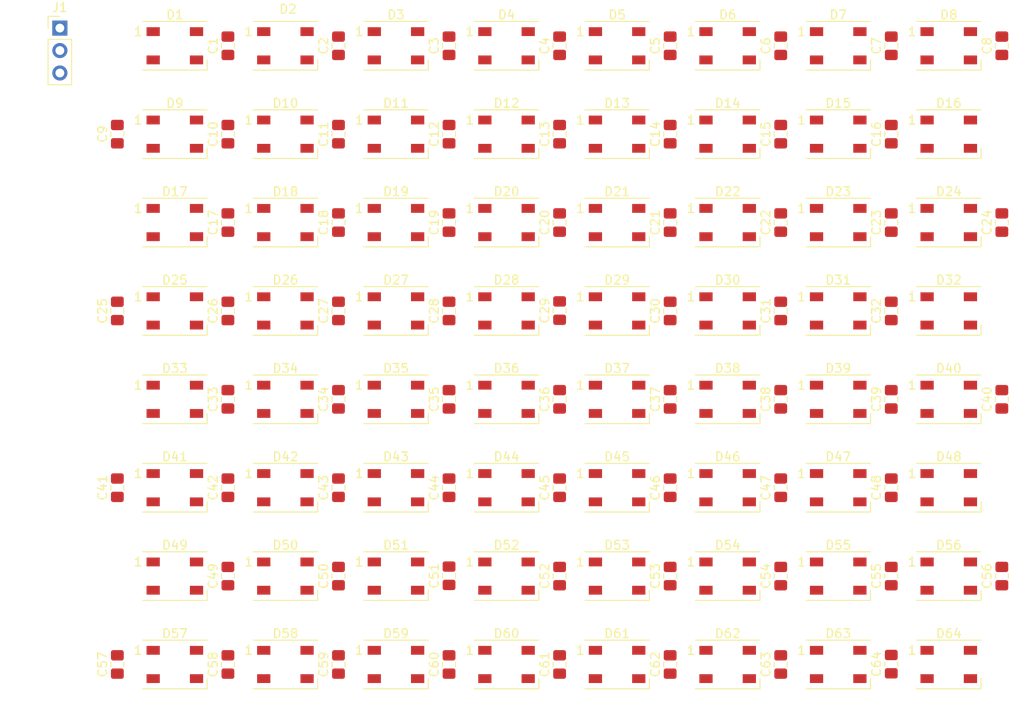
<source format=kicad_pcb>
(kicad_pcb (version 20171130) (host pcbnew "(5.1.10)-1")
  (layers (0 F.Cu signal) (31 B.Cu signal) (34 B.Paste user) (35 F.Paste user) (36 B.SilkS user) (37 F.SilkS user) (38 B.Mask user) (39 F.Mask user) (44 Edge.Cuts user))
  (net 0 "")
  (net 1 "Net-(D1-Pad2)")
  (net 2 "Net-(D2-Pad2)")
  (net 3 "Net-(D3-Pad2)")
  (net 4 "Net-(D4-Pad2)")
  (net 5 "Net-(D5-Pad2)")
  (net 6 "Net-(D6-Pad2)")
  (net 7 "Net-(D7-Pad2)")
  (net 8 "Net-(D16-Pad4)")
  (net 9 "Net-(D10-Pad2)")
  (net 10 "Net-(D17-Pad4)")
  (net 11 "Net-(D10-Pad4)")
  (net 12 "Net-(D11-Pad4)")
  (net 13 "Net-(D12-Pad4)")
  (net 14 "Net-(D13-Pad4)")
  (net 15 "Net-(D14-Pad4)")
  (net 16 "Net-(D15-Pad4)")
  (net 17 "Net-(D17-Pad2)")
  (net 18 "Net-(D18-Pad2)")
  (net 19 "Net-(D19-Pad2)")
  (net 20 "Net-(D20-Pad2)")
  (net 21 "Net-(D21-Pad2)")
  (net 22 "Net-(D22-Pad2)")
  (net 23 "Net-(D23-Pad2)")
  (net 24 "Net-(D24-Pad2)")
  (net 25 "Net-(D25-Pad4)")
  (net 26 "Net-(D25-Pad2)")
  (net 27 "Net-(D26-Pad4)")
  (net 28 "Net-(D27-Pad4)")
  (net 29 "Net-(D28-Pad4)")
  (net 30 "Net-(D29-Pad4)")
  (net 31 "Net-(D30-Pad4)")
  (net 32 "Net-(D31-Pad4)")
  (net 33 "Net-(D33-Pad2)")
  (net 34 "Net-(D34-Pad2)")
  (net 35 "Net-(D35-Pad2)")
  (net 36 "Net-(D36-Pad2)")
  (net 37 "Net-(D37-Pad2)")
  (net 38 "Net-(D38-Pad2)")
  (net 39 "Net-(D39-Pad2)")
  (net 40 "Net-(D40-Pad2)")
  (net 41 "Net-(D41-Pad2)")
  (net 42 "Net-(D41-Pad4)")
  (net 43 "Net-(D42-Pad4)")
  (net 44 "Net-(D43-Pad4)")
  (net 45 "Net-(D44-Pad4)")
  (net 46 "Net-(D45-Pad4)")
  (net 47 "Net-(D46-Pad4)")
  (net 48 "Net-(D47-Pad4)")
  (net 49 "Net-(D49-Pad2)")
  (net 50 "Net-(D50-Pad2)")
  (net 51 "Net-(D51-Pad2)")
  (net 52 "Net-(D52-Pad2)")
  (net 53 "Net-(D53-Pad2)")
  (net 54 "Net-(D54-Pad2)")
  (net 55 "Net-(D55-Pad2)")
  (net 56 "Net-(D56-Pad2)")
  (net 57 "Net-(D57-Pad2)")
  (net 58 "Net-(D57-Pad4)")
  (net 59 "Net-(D58-Pad4)")
  (net 60 "Net-(D59-Pad4)")
  (net 61 "Net-(D60-Pad4)")
  (net 62 "Net-(D61-Pad4)")
  (net 63 "Net-(D62-Pad4)")
  (net 64 "Net-(D63-Pad4)")
  (net 65 /Power)
  (net 66 /Ground)
  (net 67 /Data)
  (module LED_SMD:LED_WS2812B_PLCC4_5.0x5.0mm_P3.2mm (layer F.Cu) (at 650 -490)
    (fp_text reference D56 (at 0 -3.5) (layer F.SilkS))
    (fp_text value WS2812B)
    (fp_text user 1 (at -4.15 -1.6) (layer F.SilkS))
    (pad 1 smd rect (at -2.45 -1.6) (size 1.5 1) (layers F.Cu F.Paste F.Mask) (net 65 /Power))
    (pad 2 smd rect (at -2.45 1.6) (size 1.5 1) (layers F.Cu F.Paste F.Mask) (net 56 "Net-(D56-Pad2)"))
    (pad 4 smd rect (at 2.45 -1.6) (size 1.5 1) (layers F.Cu F.Paste F.Mask) (net 55 "Net-(D55-Pad2)"))
    (pad 3 smd rect (at 2.45 1.6) (size 1.5 1) (layers F.Cu F.Paste F.Mask) (net 66 /Ground))
  )
  (module Capacitor_SMD:C_0805_2012Metric_Pad1.18x1.45mm_HandSolder (layer F.Cu) (at 568.5 -550 90)
    (fp_text reference C1 (at 0 -1.68 90) (layer F.SilkS))
    (fp_text value 100nf)
    (pad 1 smd roundrect (at -1.0375 0 90) (size 1.175 1.45) (layers F.Cu F.Paste F.Mask) (roundrect_rratio 0.212766) (net 65 /Power))
    (pad 2 smd roundrect (at 1.0375 0 90) (size 1.175 1.45) (layers F.Cu F.Paste F.Mask) (roundrect_rratio 0.212766) (net 66 /Ground))
  )
  (module Capacitor_SMD:C_0805_2012Metric_Pad1.18x1.45mm_HandSolder (layer F.Cu) (at 581 -550 90)
    (fp_text reference C2 (at 0 -1.68 90) (layer F.SilkS))
    (fp_text value 100nf)
    (pad 2 smd roundrect (at 1.0375 0 90) (size 1.175 1.45) (layers F.Cu F.Paste F.Mask) (roundrect_rratio 0.212766) (net 66 /Ground))
    (pad 1 smd roundrect (at -1.0375 0 90) (size 1.175 1.45) (layers F.Cu F.Paste F.Mask) (roundrect_rratio 0.212766) (net 65 /Power))
  )
  (module Capacitor_SMD:C_0805_2012Metric_Pad1.18x1.45mm_HandSolder (layer F.Cu) (at 593.5 -550 90)
    (fp_text reference C3 (at 0 -1.68 90) (layer F.SilkS))
    (fp_text value 100nf)
    (pad 1 smd roundrect (at -1.0375 0 90) (size 1.175 1.45) (layers F.Cu F.Paste F.Mask) (roundrect_rratio 0.212766) (net 65 /Power))
    (pad 2 smd roundrect (at 1.0375 0 90) (size 1.175 1.45) (layers F.Cu F.Paste F.Mask) (roundrect_rratio 0.212766) (net 66 /Ground))
  )
  (module Capacitor_SMD:C_0805_2012Metric_Pad1.18x1.45mm_HandSolder (layer F.Cu) (at 606 -550 90)
    (fp_text reference C4 (at 0 -1.68 90) (layer F.SilkS))
    (fp_text value 100nf)
    (pad 2 smd roundrect (at 1.0375 0 90) (size 1.175 1.45) (layers F.Cu F.Paste F.Mask) (roundrect_rratio 0.212766) (net 66 /Ground))
    (pad 1 smd roundrect (at -1.0375 0 90) (size 1.175 1.45) (layers F.Cu F.Paste F.Mask) (roundrect_rratio 0.212766) (net 65 /Power))
  )
  (module Capacitor_SMD:C_0805_2012Metric_Pad1.18x1.45mm_HandSolder (layer F.Cu) (at 618.5 -550 90)
    (fp_text reference C5 (at 0 -1.68 90) (layer F.SilkS))
    (fp_text value 100nf)
    (pad 1 smd roundrect (at -1.0375 0 90) (size 1.175 1.45) (layers F.Cu F.Paste F.Mask) (roundrect_rratio 0.212766) (net 65 /Power))
    (pad 2 smd roundrect (at 1.0375 0 90) (size 1.175 1.45) (layers F.Cu F.Paste F.Mask) (roundrect_rratio 0.212766) (net 66 /Ground))
  )
  (module Capacitor_SMD:C_0805_2012Metric_Pad1.18x1.45mm_HandSolder (layer F.Cu) (at 631 -550 90)
    (fp_text reference C6 (at 0 -1.68 90) (layer F.SilkS))
    (fp_text value 100nf)
    (pad 2 smd roundrect (at 1.0375 0 90) (size 1.175 1.45) (layers F.Cu F.Paste F.Mask) (roundrect_rratio 0.212766) (net 66 /Ground))
    (pad 1 smd roundrect (at -1.0375 0 90) (size 1.175 1.45) (layers F.Cu F.Paste F.Mask) (roundrect_rratio 0.212766) (net 65 /Power))
  )
  (module Capacitor_SMD:C_0805_2012Metric_Pad1.18x1.45mm_HandSolder (layer F.Cu) (at 643.5 -550 90)
    (fp_text reference C7 (at 0 -1.68 90) (layer F.SilkS))
    (fp_text value 100nf)
    (pad 1 smd roundrect (at -1.0375 0 90) (size 1.175 1.45) (layers F.Cu F.Paste F.Mask) (roundrect_rratio 0.212766) (net 65 /Power))
    (pad 2 smd roundrect (at 1.0375 0 90) (size 1.175 1.45) (layers F.Cu F.Paste F.Mask) (roundrect_rratio 0.212766) (net 66 /Ground))
  )
  (module Capacitor_SMD:C_0805_2012Metric_Pad1.18x1.45mm_HandSolder (layer F.Cu) (at 656 -550 90)
    (fp_text reference C8 (at 0 -1.68 90) (layer F.SilkS))
    (fp_text value 100nf)
    (pad 2 smd roundrect (at 1.0375 0 90) (size 1.175 1.45) (layers F.Cu F.Paste F.Mask) (roundrect_rratio 0.212766) (net 66 /Ground))
    (pad 1 smd roundrect (at -1.0375 0 90) (size 1.175 1.45) (layers F.Cu F.Paste F.Mask) (roundrect_rratio 0.212766) (net 65 /Power))
  )
  (module Capacitor_SMD:C_0805_2012Metric_Pad1.18x1.45mm_HandSolder (layer F.Cu) (at 556 -540 90)
    (fp_text reference C9 (at 0 -1.68 90) (layer F.SilkS))
    (fp_text value 100nf)
    (pad 2 smd roundrect (at 1.0375 0 90) (size 1.175 1.45) (layers F.Cu F.Paste F.Mask) (roundrect_rratio 0.212766) (net 65 /Power))
    (pad 1 smd roundrect (at -1.0375 0 90) (size 1.175 1.45) (layers F.Cu F.Paste F.Mask) (roundrect_rratio 0.212766) (net 66 /Ground))
  )
  (module Capacitor_SMD:C_0805_2012Metric_Pad1.18x1.45mm_HandSolder (layer F.Cu) (at 568.5 -540 90)
    (fp_text reference C10 (at 0 -1.68 90) (layer F.SilkS))
    (fp_text value 100nf)
    (pad 2 smd roundrect (at 1.0375 0 90) (size 1.175 1.45) (layers F.Cu F.Paste F.Mask) (roundrect_rratio 0.212766) (net 65 /Power))
    (pad 1 smd roundrect (at -1.0375 0 90) (size 1.175 1.45) (layers F.Cu F.Paste F.Mask) (roundrect_rratio 0.212766) (net 66 /Ground))
  )
  (module Capacitor_SMD:C_0805_2012Metric_Pad1.18x1.45mm_HandSolder (layer F.Cu) (at 581 -540 90)
    (fp_text reference C11 (at 0 -1.68 90) (layer F.SilkS))
    (fp_text value 100nf)
    (pad 1 smd roundrect (at -1.0375 0 90) (size 1.175 1.45) (layers F.Cu F.Paste F.Mask) (roundrect_rratio 0.212766) (net 66 /Ground))
    (pad 2 smd roundrect (at 1.0375 0 90) (size 1.175 1.45) (layers F.Cu F.Paste F.Mask) (roundrect_rratio 0.212766) (net 65 /Power))
  )
  (module Capacitor_SMD:C_0805_2012Metric_Pad1.18x1.45mm_HandSolder (layer F.Cu) (at 593.5 -540 90)
    (fp_text reference C12 (at 0 -1.68 90) (layer F.SilkS))
    (fp_text value 100nf)
    (pad 2 smd roundrect (at 1.0375 0 90) (size 1.175 1.45) (layers F.Cu F.Paste F.Mask) (roundrect_rratio 0.212766) (net 65 /Power))
    (pad 1 smd roundrect (at -1.0375 0 90) (size 1.175 1.45) (layers F.Cu F.Paste F.Mask) (roundrect_rratio 0.212766) (net 66 /Ground))
  )
  (module Capacitor_SMD:C_0805_2012Metric_Pad1.18x1.45mm_HandSolder (layer F.Cu) (at 606 -540 90)
    (fp_text reference C13 (at 0 -1.68 90) (layer F.SilkS))
    (fp_text value 100nf)
    (pad 2 smd roundrect (at 1.0375 0 90) (size 1.175 1.45) (layers F.Cu F.Paste F.Mask) (roundrect_rratio 0.212766) (net 65 /Power))
    (pad 1 smd roundrect (at -1.0375 0 90) (size 1.175 1.45) (layers F.Cu F.Paste F.Mask) (roundrect_rratio 0.212766) (net 66 /Ground))
  )
  (module Capacitor_SMD:C_0805_2012Metric_Pad1.18x1.45mm_HandSolder (layer F.Cu) (at 618.5 -540 90)
    (fp_text reference C14 (at 0 -1.68 90) (layer F.SilkS))
    (fp_text value 100nf)
    (pad 2 smd roundrect (at 1.0375 0 90) (size 1.175 1.45) (layers F.Cu F.Paste F.Mask) (roundrect_rratio 0.212766) (net 65 /Power))
    (pad 1 smd roundrect (at -1.0375 0 90) (size 1.175 1.45) (layers F.Cu F.Paste F.Mask) (roundrect_rratio 0.212766) (net 66 /Ground))
  )
  (module Capacitor_SMD:C_0805_2012Metric_Pad1.18x1.45mm_HandSolder (layer F.Cu) (at 631 -540 90)
    (fp_text reference C15 (at 0 -1.68 90) (layer F.SilkS))
    (fp_text value 100nf)
    (pad 1 smd roundrect (at -1.0375 0 90) (size 1.175 1.45) (layers F.Cu F.Paste F.Mask) (roundrect_rratio 0.212766) (net 66 /Ground))
    (pad 2 smd roundrect (at 1.0375 0 90) (size 1.175 1.45) (layers F.Cu F.Paste F.Mask) (roundrect_rratio 0.212766) (net 65 /Power))
  )
  (module Capacitor_SMD:C_0805_2012Metric_Pad1.18x1.45mm_HandSolder (layer F.Cu) (at 643.5 -540 90)
    (fp_text reference C16 (at 0 -1.68 90) (layer F.SilkS))
    (fp_text value 100nf)
    (pad 2 smd roundrect (at 1.0375 0 90) (size 1.175 1.45) (layers F.Cu F.Paste F.Mask) (roundrect_rratio 0.212766) (net 65 /Power))
    (pad 1 smd roundrect (at -1.0375 0 90) (size 1.175 1.45) (layers F.Cu F.Paste F.Mask) (roundrect_rratio 0.212766) (net 66 /Ground))
  )
  (module Capacitor_SMD:C_0805_2012Metric_Pad1.18x1.45mm_HandSolder (layer F.Cu) (at 568.5 -530 90)
    (fp_text reference C17 (at 0 -1.68 90) (layer F.SilkS))
    (fp_text value 100nf)
    (pad 1 smd roundrect (at -1.0375 0 90) (size 1.175 1.45) (layers F.Cu F.Paste F.Mask) (roundrect_rratio 0.212766) (net 65 /Power))
    (pad 2 smd roundrect (at 1.0375 0 90) (size 1.175 1.45) (layers F.Cu F.Paste F.Mask) (roundrect_rratio 0.212766) (net 66 /Ground))
  )
  (module Capacitor_SMD:C_0805_2012Metric_Pad1.18x1.45mm_HandSolder (layer F.Cu) (at 581 -530 90)
    (fp_text reference C18 (at 0 -1.68 90) (layer F.SilkS))
    (fp_text value 100nf)
    (pad 2 smd roundrect (at 1.0375 0 90) (size 1.175 1.45) (layers F.Cu F.Paste F.Mask) (roundrect_rratio 0.212766) (net 66 /Ground))
    (pad 1 smd roundrect (at -1.0375 0 90) (size 1.175 1.45) (layers F.Cu F.Paste F.Mask) (roundrect_rratio 0.212766) (net 65 /Power))
  )
  (module Capacitor_SMD:C_0805_2012Metric_Pad1.18x1.45mm_HandSolder (layer F.Cu) (at 593.5 -530 90)
    (fp_text reference C19 (at 0 -1.68 90) (layer F.SilkS))
    (fp_text value 100nf)
    (pad 1 smd roundrect (at -1.0375 0 90) (size 1.175 1.45) (layers F.Cu F.Paste F.Mask) (roundrect_rratio 0.212766) (net 65 /Power))
    (pad 2 smd roundrect (at 1.0375 0 90) (size 1.175 1.45) (layers F.Cu F.Paste F.Mask) (roundrect_rratio 0.212766) (net 66 /Ground))
  )
  (module Capacitor_SMD:C_0805_2012Metric_Pad1.18x1.45mm_HandSolder (layer F.Cu) (at 606 -530 90)
    (fp_text reference C20 (at 0 -1.68 90) (layer F.SilkS))
    (fp_text value 100nf)
    (pad 2 smd roundrect (at 1.0375 0 90) (size 1.175 1.45) (layers F.Cu F.Paste F.Mask) (roundrect_rratio 0.212766) (net 66 /Ground))
    (pad 1 smd roundrect (at -1.0375 0 90) (size 1.175 1.45) (layers F.Cu F.Paste F.Mask) (roundrect_rratio 0.212766) (net 65 /Power))
  )
  (module Capacitor_SMD:C_0805_2012Metric_Pad1.18x1.45mm_HandSolder (layer F.Cu) (at 618.5 -530 90)
    (fp_text reference C21 (at 0 -1.68 90) (layer F.SilkS))
    (fp_text value 100nf)
    (pad 1 smd roundrect (at -1.0375 0 90) (size 1.175 1.45) (layers F.Cu F.Paste F.Mask) (roundrect_rratio 0.212766) (net 65 /Power))
    (pad 2 smd roundrect (at 1.0375 0 90) (size 1.175 1.45) (layers F.Cu F.Paste F.Mask) (roundrect_rratio 0.212766) (net 66 /Ground))
  )
  (module Capacitor_SMD:C_0805_2012Metric_Pad1.18x1.45mm_HandSolder (layer F.Cu) (at 631 -530 90)
    (fp_text reference C22 (at 0 -1.68 90) (layer F.SilkS))
    (fp_text value 100nf)
    (pad 2 smd roundrect (at 1.0375 0 90) (size 1.175 1.45) (layers F.Cu F.Paste F.Mask) (roundrect_rratio 0.212766) (net 66 /Ground))
    (pad 1 smd roundrect (at -1.0375 0 90) (size 1.175 1.45) (layers F.Cu F.Paste F.Mask) (roundrect_rratio 0.212766) (net 65 /Power))
  )
  (module Capacitor_SMD:C_0805_2012Metric_Pad1.18x1.45mm_HandSolder (layer F.Cu) (at 643.5 -530 90)
    (fp_text reference C23 (at 0 -1.68 90) (layer F.SilkS))
    (fp_text value 100nf)
    (pad 1 smd roundrect (at -1.0375 0 90) (size 1.175 1.45) (layers F.Cu F.Paste F.Mask) (roundrect_rratio 0.212766) (net 65 /Power))
    (pad 2 smd roundrect (at 1.0375 0 90) (size 1.175 1.45) (layers F.Cu F.Paste F.Mask) (roundrect_rratio 0.212766) (net 66 /Ground))
  )
  (module Capacitor_SMD:C_0805_2012Metric_Pad1.18x1.45mm_HandSolder (layer F.Cu) (at 656 -530 90)
    (fp_text reference C24 (at 0 -1.68 90) (layer F.SilkS))
    (fp_text value 100nf)
    (pad 2 smd roundrect (at 1.0375 0 90) (size 1.175 1.45) (layers F.Cu F.Paste F.Mask) (roundrect_rratio 0.212766) (net 66 /Ground))
    (pad 1 smd roundrect (at -1.0375 0 90) (size 1.175 1.45) (layers F.Cu F.Paste F.Mask) (roundrect_rratio 0.212766) (net 65 /Power))
  )
  (module Capacitor_SMD:C_0805_2012Metric_Pad1.18x1.45mm_HandSolder (layer F.Cu) (at 556 -520 90)
    (fp_text reference C25 (at 0 -1.68 90) (layer F.SilkS))
    (fp_text value 100nf)
    (pad 1 smd roundrect (at -1.0375 0 90) (size 1.175 1.45) (layers F.Cu F.Paste F.Mask) (roundrect_rratio 0.212766) (net 66 /Ground))
    (pad 2 smd roundrect (at 1.0375 0 90) (size 1.175 1.45) (layers F.Cu F.Paste F.Mask) (roundrect_rratio 0.212766) (net 65 /Power))
  )
  (module Capacitor_SMD:C_0805_2012Metric_Pad1.18x1.45mm_HandSolder (layer F.Cu) (at 568.5 -520 90)
    (fp_text reference C26 (at 0 -1.68 90) (layer F.SilkS))
    (fp_text value 100nf)
    (pad 1 smd roundrect (at -1.0375 0 90) (size 1.175 1.45) (layers F.Cu F.Paste F.Mask) (roundrect_rratio 0.212766) (net 66 /Ground))
    (pad 2 smd roundrect (at 1.0375 0 90) (size 1.175 1.45) (layers F.Cu F.Paste F.Mask) (roundrect_rratio 0.212766) (net 65 /Power))
  )
  (module Capacitor_SMD:C_0805_2012Metric_Pad1.18x1.45mm_HandSolder (layer F.Cu) (at 581 -520 90)
    (fp_text reference C27 (at 0 -1.68 90) (layer F.SilkS))
    (fp_text value 100nf)
    (pad 2 smd roundrect (at 1.0375 0 90) (size 1.175 1.45) (layers F.Cu F.Paste F.Mask) (roundrect_rratio 0.212766) (net 65 /Power))
    (pad 1 smd roundrect (at -1.0375 0 90) (size 1.175 1.45) (layers F.Cu F.Paste F.Mask) (roundrect_rratio 0.212766) (net 66 /Ground))
  )
  (module Capacitor_SMD:C_0805_2012Metric_Pad1.18x1.45mm_HandSolder (layer F.Cu) (at 593.5 -520 90)
    (fp_text reference C28 (at 0 -1.68 90) (layer F.SilkS))
    (fp_text value 100nf)
    (pad 1 smd roundrect (at -1.0375 0 90) (size 1.175 1.45) (layers F.Cu F.Paste F.Mask) (roundrect_rratio 0.212766) (net 66 /Ground))
    (pad 2 smd roundrect (at 1.0375 0 90) (size 1.175 1.45) (layers F.Cu F.Paste F.Mask) (roundrect_rratio 0.212766) (net 65 /Power))
  )
  (module Capacitor_SMD:C_0805_2012Metric_Pad1.18x1.45mm_HandSolder (layer F.Cu) (at 606 -520.0375 90)
    (fp_text reference C29 (at 0 -1.68 90) (layer F.SilkS))
    (fp_text value 100nf)
    (pad 2 smd roundrect (at 1.0375 0 90) (size 1.175 1.45) (layers F.Cu F.Paste F.Mask) (roundrect_rratio 0.212766) (net 65 /Power))
    (pad 1 smd roundrect (at -1.0375 0 90) (size 1.175 1.45) (layers F.Cu F.Paste F.Mask) (roundrect_rratio 0.212766) (net 66 /Ground))
  )
  (module Capacitor_SMD:C_0805_2012Metric_Pad1.18x1.45mm_HandSolder (layer F.Cu) (at 618.5 -520 90)
    (fp_text reference C30 (at 0 -1.68 90) (layer F.SilkS))
    (fp_text value 100nf)
    (pad 1 smd roundrect (at -1.0375 0 90) (size 1.175 1.45) (layers F.Cu F.Paste F.Mask) (roundrect_rratio 0.212766) (net 66 /Ground))
    (pad 2 smd roundrect (at 1.0375 0 90) (size 1.175 1.45) (layers F.Cu F.Paste F.Mask) (roundrect_rratio 0.212766) (net 65 /Power))
  )
  (module Capacitor_SMD:C_0805_2012Metric_Pad1.18x1.45mm_HandSolder (layer F.Cu) (at 631 -520 90)
    (fp_text reference C31 (at 0 -1.68 90) (layer F.SilkS))
    (fp_text value 100nf)
    (pad 2 smd roundrect (at 1.0375 0 90) (size 1.175 1.45) (layers F.Cu F.Paste F.Mask) (roundrect_rratio 0.212766) (net 65 /Power))
    (pad 1 smd roundrect (at -1.0375 0 90) (size 1.175 1.45) (layers F.Cu F.Paste F.Mask) (roundrect_rratio 0.212766) (net 66 /Ground))
  )
  (module Capacitor_SMD:C_0805_2012Metric_Pad1.18x1.45mm_HandSolder (layer F.Cu) (at 643.5 -520 90)
    (fp_text reference C32 (at 0 -1.68 90) (layer F.SilkS))
    (fp_text value 100nf)
    (pad 1 smd roundrect (at -1.0375 0 90) (size 1.175 1.45) (layers F.Cu F.Paste F.Mask) (roundrect_rratio 0.212766) (net 66 /Ground))
    (pad 2 smd roundrect (at 1.0375 0 90) (size 1.175 1.45) (layers F.Cu F.Paste F.Mask) (roundrect_rratio 0.212766) (net 65 /Power))
  )
  (module Capacitor_SMD:C_0805_2012Metric_Pad1.18x1.45mm_HandSolder (layer F.Cu) (at 568.5 -510 90)
    (fp_text reference C33 (at 0 -1.68 90) (layer F.SilkS))
    (fp_text value 100nf)
    (pad 2 smd roundrect (at 1.0375 0 90) (size 1.175 1.45) (layers F.Cu F.Paste F.Mask) (roundrect_rratio 0.212766) (net 66 /Ground))
    (pad 1 smd roundrect (at -1.0375 0 90) (size 1.175 1.45) (layers F.Cu F.Paste F.Mask) (roundrect_rratio 0.212766) (net 65 /Power))
  )
  (module Capacitor_SMD:C_0805_2012Metric_Pad1.18x1.45mm_HandSolder (layer F.Cu) (at 581 -510 90)
    (fp_text reference C34 (at 0 -1.68 90) (layer F.SilkS))
    (fp_text value 100nf)
    (pad 1 smd roundrect (at -1.0375 0 90) (size 1.175 1.45) (layers F.Cu F.Paste F.Mask) (roundrect_rratio 0.212766) (net 65 /Power))
    (pad 2 smd roundrect (at 1.0375 0 90) (size 1.175 1.45) (layers F.Cu F.Paste F.Mask) (roundrect_rratio 0.212766) (net 66 /Ground))
  )
  (module Capacitor_SMD:C_0805_2012Metric_Pad1.18x1.45mm_HandSolder (layer F.Cu) (at 593.5 -510 90)
    (fp_text reference C35 (at 0 -1.68 90) (layer F.SilkS))
    (fp_text value 100nf)
    (pad 2 smd roundrect (at 1.0375 0 90) (size 1.175 1.45) (layers F.Cu F.Paste F.Mask) (roundrect_rratio 0.212766) (net 66 /Ground))
    (pad 1 smd roundrect (at -1.0375 0 90) (size 1.175 1.45) (layers F.Cu F.Paste F.Mask) (roundrect_rratio 0.212766) (net 65 /Power))
  )
  (module Capacitor_SMD:C_0805_2012Metric_Pad1.18x1.45mm_HandSolder (layer F.Cu) (at 606 -510 90)
    (fp_text reference C36 (at 0 -1.68 90) (layer F.SilkS))
    (fp_text value 100nf)
    (pad 1 smd roundrect (at -1.0375 0 90) (size 1.175 1.45) (layers F.Cu F.Paste F.Mask) (roundrect_rratio 0.212766) (net 65 /Power))
    (pad 2 smd roundrect (at 1.0375 0 90) (size 1.175 1.45) (layers F.Cu F.Paste F.Mask) (roundrect_rratio 0.212766) (net 66 /Ground))
  )
  (module Capacitor_SMD:C_0805_2012Metric_Pad1.18x1.45mm_HandSolder (layer F.Cu) (at 618.5 -510 90)
    (fp_text reference C37 (at 0 -1.68 90) (layer F.SilkS))
    (fp_text value 100nf)
    (pad 2 smd roundrect (at 1.0375 0 90) (size 1.175 1.45) (layers F.Cu F.Paste F.Mask) (roundrect_rratio 0.212766) (net 66 /Ground))
    (pad 1 smd roundrect (at -1.0375 0 90) (size 1.175 1.45) (layers F.Cu F.Paste F.Mask) (roundrect_rratio 0.212766) (net 65 /Power))
  )
  (module Capacitor_SMD:C_0805_2012Metric_Pad1.18x1.45mm_HandSolder (layer F.Cu) (at 631 -510 90)
    (fp_text reference C38 (at 0 -1.68 90) (layer F.SilkS))
    (fp_text value 100nf)
    (pad 1 smd roundrect (at -1.0375 0 90) (size 1.175 1.45) (layers F.Cu F.Paste F.Mask) (roundrect_rratio 0.212766) (net 65 /Power))
    (pad 2 smd roundrect (at 1.0375 0 90) (size 1.175 1.45) (layers F.Cu F.Paste F.Mask) (roundrect_rratio 0.212766) (net 66 /Ground))
  )
  (module Capacitor_SMD:C_0805_2012Metric_Pad1.18x1.45mm_HandSolder (layer F.Cu) (at 643.5 -510 90)
    (fp_text reference C39 (at 0 -1.68 90) (layer F.SilkS))
    (fp_text value 100nf)
    (pad 2 smd roundrect (at 1.0375 0 90) (size 1.175 1.45) (layers F.Cu F.Paste F.Mask) (roundrect_rratio 0.212766) (net 66 /Ground))
    (pad 1 smd roundrect (at -1.0375 0 90) (size 1.175 1.45) (layers F.Cu F.Paste F.Mask) (roundrect_rratio 0.212766) (net 65 /Power))
  )
  (module Capacitor_SMD:C_0805_2012Metric_Pad1.18x1.45mm_HandSolder (layer F.Cu) (at 656 -510 90)
    (fp_text reference C40 (at 0 -1.68 90) (layer F.SilkS))
    (fp_text value 100nf)
    (pad 2 smd roundrect (at 1.0375 0 90) (size 1.175 1.45) (layers F.Cu F.Paste F.Mask) (roundrect_rratio 0.212766) (net 66 /Ground))
    (pad 1 smd roundrect (at -1.0375 0 90) (size 1.175 1.45) (layers F.Cu F.Paste F.Mask) (roundrect_rratio 0.212766) (net 65 /Power))
  )
  (module Capacitor_SMD:C_0805_2012Metric_Pad1.18x1.45mm_HandSolder (layer F.Cu) (at 556 -500 90)
    (fp_text reference C41 (at 0 -1.68 90) (layer F.SilkS))
    (fp_text value 100nf)
    (pad 1 smd roundrect (at -1.0375 0 90) (size 1.175 1.45) (layers F.Cu F.Paste F.Mask) (roundrect_rratio 0.212766) (net 66 /Ground))
    (pad 2 smd roundrect (at 1.0375 0 90) (size 1.175 1.45) (layers F.Cu F.Paste F.Mask) (roundrect_rratio 0.212766) (net 65 /Power))
  )
  (module Capacitor_SMD:C_0805_2012Metric_Pad1.18x1.45mm_HandSolder (layer F.Cu) (at 568.5 -500 90)
    (fp_text reference C42 (at 0 -1.68 90) (layer F.SilkS))
    (fp_text value 100nf)
    (pad 1 smd roundrect (at -1.0375 0 90) (size 1.175 1.45) (layers F.Cu F.Paste F.Mask) (roundrect_rratio 0.212766) (net 66 /Ground))
    (pad 2 smd roundrect (at 1.0375 0 90) (size 1.175 1.45) (layers F.Cu F.Paste F.Mask) (roundrect_rratio 0.212766) (net 65 /Power))
  )
  (module Capacitor_SMD:C_0805_2012Metric_Pad1.18x1.45mm_HandSolder (layer F.Cu) (at 581 -500 90)
    (fp_text reference C43 (at 0 -1.68 90) (layer F.SilkS))
    (fp_text value 100nf)
    (pad 2 smd roundrect (at 1.0375 0 90) (size 1.175 1.45) (layers F.Cu F.Paste F.Mask) (roundrect_rratio 0.212766) (net 65 /Power))
    (pad 1 smd roundrect (at -1.0375 0 90) (size 1.175 1.45) (layers F.Cu F.Paste F.Mask) (roundrect_rratio 0.212766) (net 66 /Ground))
  )
  (module Capacitor_SMD:C_0805_2012Metric_Pad1.18x1.45mm_HandSolder (layer F.Cu) (at 593.5 -500 90)
    (fp_text reference C44 (at 0 -1.68 90) (layer F.SilkS))
    (fp_text value 100nf)
    (pad 1 smd roundrect (at -1.0375 0 90) (size 1.175 1.45) (layers F.Cu F.Paste F.Mask) (roundrect_rratio 0.212766) (net 66 /Ground))
    (pad 2 smd roundrect (at 1.0375 0 90) (size 1.175 1.45) (layers F.Cu F.Paste F.Mask) (roundrect_rratio 0.212766) (net 65 /Power))
  )
  (module Capacitor_SMD:C_0805_2012Metric_Pad1.18x1.45mm_HandSolder (layer F.Cu) (at 606 -500 90)
    (fp_text reference C45 (at 0 -1.68 90) (layer F.SilkS))
    (fp_text value 100nf)
    (pad 2 smd roundrect (at 1.0375 0 90) (size 1.175 1.45) (layers F.Cu F.Paste F.Mask) (roundrect_rratio 0.212766) (net 65 /Power))
    (pad 1 smd roundrect (at -1.0375 0 90) (size 1.175 1.45) (layers F.Cu F.Paste F.Mask) (roundrect_rratio 0.212766) (net 66 /Ground))
  )
  (module Capacitor_SMD:C_0805_2012Metric_Pad1.18x1.45mm_HandSolder (layer F.Cu) (at 618.5 -500 90)
    (fp_text reference C46 (at 0 -1.68 90) (layer F.SilkS))
    (fp_text value 100nf)
    (pad 1 smd roundrect (at -1.0375 0 90) (size 1.175 1.45) (layers F.Cu F.Paste F.Mask) (roundrect_rratio 0.212766) (net 66 /Ground))
    (pad 2 smd roundrect (at 1.0375 0 90) (size 1.175 1.45) (layers F.Cu F.Paste F.Mask) (roundrect_rratio 0.212766) (net 65 /Power))
  )
  (module Capacitor_SMD:C_0805_2012Metric_Pad1.18x1.45mm_HandSolder (layer F.Cu) (at 631 -500 90)
    (fp_text reference C47 (at 0 -1.68 90) (layer F.SilkS))
    (fp_text value 100nf)
    (pad 2 smd roundrect (at 1.0375 0 90) (size 1.175 1.45) (layers F.Cu F.Paste F.Mask) (roundrect_rratio 0.212766) (net 65 /Power))
    (pad 1 smd roundrect (at -1.0375 0 90) (size 1.175 1.45) (layers F.Cu F.Paste F.Mask) (roundrect_rratio 0.212766) (net 66 /Ground))
  )
  (module Capacitor_SMD:C_0805_2012Metric_Pad1.18x1.45mm_HandSolder (layer F.Cu) (at 643.5 -500 90)
    (fp_text reference C48 (at 0 -1.68 90) (layer F.SilkS))
    (fp_text value 100nf)
    (pad 1 smd roundrect (at -1.0375 0 90) (size 1.175 1.45) (layers F.Cu F.Paste F.Mask) (roundrect_rratio 0.212766) (net 66 /Ground))
    (pad 2 smd roundrect (at 1.0375 0 90) (size 1.175 1.45) (layers F.Cu F.Paste F.Mask) (roundrect_rratio 0.212766) (net 65 /Power))
  )
  (module Capacitor_SMD:C_0805_2012Metric_Pad1.18x1.45mm_HandSolder (layer F.Cu) (at 568.5 -490 90)
    (fp_text reference C49 (at 0 -1.68 90) (layer F.SilkS))
    (fp_text value 100nf)
    (pad 1 smd roundrect (at -1.0375 0 90) (size 1.175 1.45) (layers F.Cu F.Paste F.Mask) (roundrect_rratio 0.212766) (net 65 /Power))
    (pad 2 smd roundrect (at 1.0375 0 90) (size 1.175 1.45) (layers F.Cu F.Paste F.Mask) (roundrect_rratio 0.212766) (net 66 /Ground))
  )
  (module Capacitor_SMD:C_0805_2012Metric_Pad1.18x1.45mm_HandSolder (layer F.Cu) (at 581 -490 90)
    (fp_text reference C50 (at 0 -1.68 90) (layer F.SilkS))
    (fp_text value 100nf)
    (pad 2 smd roundrect (at 1.0375 0 90) (size 1.175 1.45) (layers F.Cu F.Paste F.Mask) (roundrect_rratio 0.212766) (net 66 /Ground))
    (pad 1 smd roundrect (at -1.0375 0 90) (size 1.175 1.45) (layers F.Cu F.Paste F.Mask) (roundrect_rratio 0.212766) (net 65 /Power))
  )
  (module Capacitor_SMD:C_0805_2012Metric_Pad1.18x1.45mm_HandSolder (layer F.Cu) (at 593.5 -490.0375 90)
    (fp_text reference C51 (at 0 -1.68 90) (layer F.SilkS))
    (fp_text value 100nf)
    (pad 1 smd roundrect (at -1.0375 0 90) (size 1.175 1.45) (layers F.Cu F.Paste F.Mask) (roundrect_rratio 0.212766) (net 65 /Power))
    (pad 2 smd roundrect (at 1.0375 0 90) (size 1.175 1.45) (layers F.Cu F.Paste F.Mask) (roundrect_rratio 0.212766) (net 66 /Ground))
  )
  (module Capacitor_SMD:C_0805_2012Metric_Pad1.18x1.45mm_HandSolder (layer F.Cu) (at 606 -490 90)
    (fp_text reference C52 (at 0 -1.68 90) (layer F.SilkS))
    (fp_text value 100nf)
    (pad 1 smd roundrect (at -1.0375 0 90) (size 1.175 1.45) (layers F.Cu F.Paste F.Mask) (roundrect_rratio 0.212766) (net 65 /Power))
    (pad 2 smd roundrect (at 1.0375 0 90) (size 1.175 1.45) (layers F.Cu F.Paste F.Mask) (roundrect_rratio 0.212766) (net 66 /Ground))
  )
  (module Capacitor_SMD:C_0805_2012Metric_Pad1.18x1.45mm_HandSolder (layer F.Cu) (at 618.5 -490 90)
    (fp_text reference C53 (at 0 -1.68 90) (layer F.SilkS))
    (fp_text value 100nf)
    (pad 2 smd roundrect (at 1.0375 0 90) (size 1.175 1.45) (layers F.Cu F.Paste F.Mask) (roundrect_rratio 0.212766) (net 66 /Ground))
    (pad 1 smd roundrect (at -1.0375 0 90) (size 1.175 1.45) (layers F.Cu F.Paste F.Mask) (roundrect_rratio 0.212766) (net 65 /Power))
  )
  (module Capacitor_SMD:C_0805_2012Metric_Pad1.18x1.45mm_HandSolder (layer F.Cu) (at 631 -490 90)
    (fp_text reference C54 (at 0 -1.68 90) (layer F.SilkS))
    (fp_text value 100nf)
    (pad 2 smd roundrect (at 1.0375 0 90) (size 1.175 1.45) (layers F.Cu F.Paste F.Mask) (roundrect_rratio 0.212766) (net 66 /Ground))
    (pad 1 smd roundrect (at -1.0375 0 90) (size 1.175 1.45) (layers F.Cu F.Paste F.Mask) (roundrect_rratio 0.212766) (net 65 /Power))
  )
  (module Capacitor_SMD:C_0805_2012Metric_Pad1.18x1.45mm_HandSolder (layer F.Cu) (at 643.5 -490 90)
    (fp_text reference C55 (at 0 -1.68 90) (layer F.SilkS))
    (fp_text value 100nf)
    (pad 1 smd roundrect (at -1.0375 0 90) (size 1.175 1.45) (layers F.Cu F.Paste F.Mask) (roundrect_rratio 0.212766) (net 65 /Power))
    (pad 2 smd roundrect (at 1.0375 0 90) (size 1.175 1.45) (layers F.Cu F.Paste F.Mask) (roundrect_rratio 0.212766) (net 66 /Ground))
  )
  (module Capacitor_SMD:C_0805_2012Metric_Pad1.18x1.45mm_HandSolder (layer F.Cu) (at 656 -490 90)
    (fp_text reference C56 (at 0 -1.68 90) (layer F.SilkS))
    (fp_text value 100nf)
    (pad 2 smd roundrect (at 1.0375 0 90) (size 1.175 1.45) (layers F.Cu F.Paste F.Mask) (roundrect_rratio 0.212766) (net 66 /Ground))
    (pad 1 smd roundrect (at -1.0375 0 90) (size 1.175 1.45) (layers F.Cu F.Paste F.Mask) (roundrect_rratio 0.212766) (net 65 /Power))
  )
  (module Capacitor_SMD:C_0805_2012Metric_Pad1.18x1.45mm_HandSolder (layer F.Cu) (at 556 -480 90)
    (fp_text reference C57 (at 0 -1.68 90) (layer F.SilkS))
    (fp_text value 100nf)
    (pad 2 smd roundrect (at 1.0375 0 90) (size 1.175 1.45) (layers F.Cu F.Paste F.Mask) (roundrect_rratio 0.212766) (net 65 /Power))
    (pad 1 smd roundrect (at -1.0375 0 90) (size 1.175 1.45) (layers F.Cu F.Paste F.Mask) (roundrect_rratio 0.212766) (net 66 /Ground))
  )
  (module Capacitor_SMD:C_0805_2012Metric_Pad1.18x1.45mm_HandSolder (layer F.Cu) (at 568.5 -480 90)
    (fp_text reference C58 (at 0 -1.68 90) (layer F.SilkS))
    (fp_text value 100nf)
    (pad 2 smd roundrect (at 1.0375 0 90) (size 1.175 1.45) (layers F.Cu F.Paste F.Mask) (roundrect_rratio 0.212766) (net 65 /Power))
    (pad 1 smd roundrect (at -1.0375 0 90) (size 1.175 1.45) (layers F.Cu F.Paste F.Mask) (roundrect_rratio 0.212766) (net 66 /Ground))
  )
  (module Capacitor_SMD:C_0805_2012Metric_Pad1.18x1.45mm_HandSolder (layer F.Cu) (at 581 -480 90)
    (fp_text reference C59 (at 0 -1.68 90) (layer F.SilkS))
    (fp_text value 100nf)
    (pad 1 smd roundrect (at -1.0375 0 90) (size 1.175 1.45) (layers F.Cu F.Paste F.Mask) (roundrect_rratio 0.212766) (net 66 /Ground))
    (pad 2 smd roundrect (at 1.0375 0 90) (size 1.175 1.45) (layers F.Cu F.Paste F.Mask) (roundrect_rratio 0.212766) (net 65 /Power))
  )
  (module Capacitor_SMD:C_0805_2012Metric_Pad1.18x1.45mm_HandSolder (layer F.Cu) (at 593.5 -480 90)
    (fp_text reference C60 (at 0 -1.68 90) (layer F.SilkS))
    (fp_text value 100nf)
    (pad 1 smd roundrect (at -1.0375 0 90) (size 1.175 1.45) (layers F.Cu F.Paste F.Mask) (roundrect_rratio 0.212766) (net 66 /Ground))
    (pad 2 smd roundrect (at 1.0375 0 90) (size 1.175 1.45) (layers F.Cu F.Paste F.Mask) (roundrect_rratio 0.212766) (net 65 /Power))
  )
  (module Capacitor_SMD:C_0805_2012Metric_Pad1.18x1.45mm_HandSolder (layer F.Cu) (at 606 -480 90)
    (fp_text reference C61 (at 0 -1.68 90) (layer F.SilkS))
    (fp_text value 100nf)
    (pad 2 smd roundrect (at 1.0375 0 90) (size 1.175 1.45) (layers F.Cu F.Paste F.Mask) (roundrect_rratio 0.212766) (net 65 /Power))
    (pad 1 smd roundrect (at -1.0375 0 90) (size 1.175 1.45) (layers F.Cu F.Paste F.Mask) (roundrect_rratio 0.212766) (net 66 /Ground))
  )
  (module Capacitor_SMD:C_0805_2012Metric_Pad1.18x1.45mm_HandSolder (layer F.Cu) (at 618.5 -480 90)
    (fp_text reference C62 (at 0 -1.68 90) (layer F.SilkS))
    (fp_text value 100nf)
    (pad 1 smd roundrect (at -1.0375 0 90) (size 1.175 1.45) (layers F.Cu F.Paste F.Mask) (roundrect_rratio 0.212766) (net 66 /Ground))
    (pad 2 smd roundrect (at 1.0375 0 90) (size 1.175 1.45) (layers F.Cu F.Paste F.Mask) (roundrect_rratio 0.212766) (net 65 /Power))
  )
  (module Capacitor_SMD:C_0805_2012Metric_Pad1.18x1.45mm_HandSolder (layer F.Cu) (at 631 -480 90)
    (fp_text reference C63 (at 0 -1.68 90) (layer F.SilkS))
    (fp_text value 100nf)
    (pad 1 smd roundrect (at -1.0375 0 90) (size 1.175 1.45) (layers F.Cu F.Paste F.Mask) (roundrect_rratio 0.212766) (net 66 /Ground))
    (pad 2 smd roundrect (at 1.0375 0 90) (size 1.175 1.45) (layers F.Cu F.Paste F.Mask) (roundrect_rratio 0.212766) (net 65 /Power))
  )
  (module Capacitor_SMD:C_0805_2012Metric_Pad1.18x1.45mm_HandSolder (layer F.Cu) (at 643.5 -480.0375 90)
    (fp_text reference C64 (at 0 -1.68 90) (layer F.SilkS))
    (fp_text value 100nf)
    (pad 2 smd roundrect (at 1.0375 0 90) (size 1.175 1.45) (layers F.Cu F.Paste F.Mask) (roundrect_rratio 0.212766) (net 65 /Power))
    (pad 1 smd roundrect (at -1.0375 0 90) (size 1.175 1.45) (layers F.Cu F.Paste F.Mask) (roundrect_rratio 0.212766) (net 66 /Ground))
  )
  (module LED_SMD:LED_WS2812B_PLCC4_5.0x5.0mm_P3.2mm (layer F.Cu) (at 562.5 -550)
    (fp_text reference D1 (at 0 -3.5) (layer F.SilkS))
    (fp_text value WS2812B)
    (fp_text user 1 (at -4.15 -1.6) (layer F.SilkS))
    (pad 1 smd rect (at -2.45 -1.6) (size 1.5 1) (layers F.Cu F.Paste F.Mask) (net 65 /Power))
    (pad 2 smd rect (at -2.45 1.6) (size 1.5 1) (layers F.Cu F.Paste F.Mask) (net 1 "Net-(D1-Pad2)"))
    (pad 4 smd rect (at 2.45 -1.6) (size 1.5 1) (layers F.Cu F.Paste F.Mask) (net 67 /Data))
    (pad 3 smd rect (at 2.45 1.6) (size 1.5 1) (layers F.Cu F.Paste F.Mask) (net 66 /Ground))
  )
  (module LED_SMD:LED_WS2812B_PLCC4_5.0x5.0mm_P3.2mm (layer F.Cu) (at 575 -550)
    (fp_text reference D2 (at 0.291 -4.14) (layer F.SilkS))
    (fp_text value WS2812B)
    (fp_text user 1 (at -4.15 -1.6) (layer F.SilkS))
    (pad 1 smd rect (at -2.45 -1.6) (size 1.5 1) (layers F.Cu F.Paste F.Mask) (net 65 /Power))
    (pad 2 smd rect (at -2.45 1.6) (size 1.5 1) (layers F.Cu F.Paste F.Mask) (net 2 "Net-(D2-Pad2)"))
    (pad 4 smd rect (at 2.45 -1.6) (size 1.5 1) (layers F.Cu F.Paste F.Mask) (net 1 "Net-(D1-Pad2)"))
    (pad 3 smd rect (at 2.45 1.6) (size 1.5 1) (layers F.Cu F.Paste F.Mask) (net 66 /Ground))
  )
  (module LED_SMD:LED_WS2812B_PLCC4_5.0x5.0mm_P3.2mm (layer F.Cu) (at 587.5 -550)
    (fp_text reference D3 (at 0 -3.5) (layer F.SilkS))
    (fp_text value WS2812B)
    (fp_text user 1 (at -4.15 -1.6) (layer F.SilkS))
    (pad 3 smd rect (at 2.45 1.6) (size 1.5 1) (layers F.Cu F.Paste F.Mask) (net 66 /Ground))
    (pad 4 smd rect (at 2.45 -1.6) (size 1.5 1) (layers F.Cu F.Paste F.Mask) (net 2 "Net-(D2-Pad2)"))
    (pad 2 smd rect (at -2.45 1.6) (size 1.5 1) (layers F.Cu F.Paste F.Mask) (net 3 "Net-(D3-Pad2)"))
    (pad 1 smd rect (at -2.45 -1.6) (size 1.5 1) (layers F.Cu F.Paste F.Mask) (net 65 /Power))
  )
  (module LED_SMD:LED_WS2812B_PLCC4_5.0x5.0mm_P3.2mm (layer F.Cu) (at 600 -550)
    (fp_text reference D4 (at 0 -3.5) (layer F.SilkS))
    (fp_text value WS2812B)
    (fp_text user 1 (at -4.15 -1.6) (layer F.SilkS))
    (pad 3 smd rect (at 2.45 1.6) (size 1.5 1) (layers F.Cu F.Paste F.Mask) (net 66 /Ground))
    (pad 4 smd rect (at 2.45 -1.6) (size 1.5 1) (layers F.Cu F.Paste F.Mask) (net 3 "Net-(D3-Pad2)"))
    (pad 2 smd rect (at -2.45 1.6) (size 1.5 1) (layers F.Cu F.Paste F.Mask) (net 4 "Net-(D4-Pad2)"))
    (pad 1 smd rect (at -2.45 -1.6) (size 1.5 1) (layers F.Cu F.Paste F.Mask) (net 65 /Power))
  )
  (module LED_SMD:LED_WS2812B_PLCC4_5.0x5.0mm_P3.2mm (layer F.Cu) (at 612.5 -550)
    (fp_text reference D5 (at 0 -3.5) (layer F.SilkS))
    (fp_text value WS2812B)
    (fp_text user 1 (at -4.15 -1.6) (layer F.SilkS))
    (pad 1 smd rect (at -2.45 -1.6) (size 1.5 1) (layers F.Cu F.Paste F.Mask) (net 65 /Power))
    (pad 2 smd rect (at -2.45 1.6) (size 1.5 1) (layers F.Cu F.Paste F.Mask) (net 5 "Net-(D5-Pad2)"))
    (pad 4 smd rect (at 2.45 -1.6) (size 1.5 1) (layers F.Cu F.Paste F.Mask) (net 4 "Net-(D4-Pad2)"))
    (pad 3 smd rect (at 2.45 1.6) (size 1.5 1) (layers F.Cu F.Paste F.Mask) (net 66 /Ground))
  )
  (module LED_SMD:LED_WS2812B_PLCC4_5.0x5.0mm_P3.2mm (layer F.Cu) (at 625 -550)
    (fp_text reference D6 (at 0 -3.5) (layer F.SilkS))
    (fp_text value WS2812B)
    (fp_text user 1 (at -4.15 -1.6) (layer F.SilkS))
    (pad 3 smd rect (at 2.45 1.6) (size 1.5 1) (layers F.Cu F.Paste F.Mask) (net 66 /Ground))
    (pad 4 smd rect (at 2.45 -1.6) (size 1.5 1) (layers F.Cu F.Paste F.Mask) (net 5 "Net-(D5-Pad2)"))
    (pad 2 smd rect (at -2.45 1.6) (size 1.5 1) (layers F.Cu F.Paste F.Mask) (net 6 "Net-(D6-Pad2)"))
    (pad 1 smd rect (at -2.45 -1.6) (size 1.5 1) (layers F.Cu F.Paste F.Mask) (net 65 /Power))
  )
  (module LED_SMD:LED_WS2812B_PLCC4_5.0x5.0mm_P3.2mm (layer F.Cu) (at 637.5 -550)
    (fp_text reference D7 (at 0 -3.5) (layer F.SilkS))
    (fp_text value WS2812B)
    (fp_text user 1 (at -4.15 -1.6) (layer F.SilkS))
    (pad 1 smd rect (at -2.45 -1.6) (size 1.5 1) (layers F.Cu F.Paste F.Mask) (net 65 /Power))
    (pad 2 smd rect (at -2.45 1.6) (size 1.5 1) (layers F.Cu F.Paste F.Mask) (net 7 "Net-(D7-Pad2)"))
    (pad 4 smd rect (at 2.45 -1.6) (size 1.5 1) (layers F.Cu F.Paste F.Mask) (net 6 "Net-(D6-Pad2)"))
    (pad 3 smd rect (at 2.45 1.6) (size 1.5 1) (layers F.Cu F.Paste F.Mask) (net 66 /Ground))
  )
  (module LED_SMD:LED_WS2812B_PLCC4_5.0x5.0mm_P3.2mm (layer F.Cu) (at 650 -550)
    (fp_text reference D8 (at 0 -3.5) (layer F.SilkS))
    (fp_text value WS2812B)
    (fp_text user 1 (at -4.15 -1.6) (layer F.SilkS))
    (pad 1 smd rect (at -2.45 -1.6) (size 1.5 1) (layers F.Cu F.Paste F.Mask) (net 65 /Power))
    (pad 2 smd rect (at -2.45 1.6) (size 1.5 1) (layers F.Cu F.Paste F.Mask) (net 8 "Net-(D16-Pad4)"))
    (pad 4 smd rect (at 2.45 -1.6) (size 1.5 1) (layers F.Cu F.Paste F.Mask) (net 7 "Net-(D7-Pad2)"))
    (pad 3 smd rect (at 2.45 1.6) (size 1.5 1) (layers F.Cu F.Paste F.Mask) (net 66 /Ground))
  )
  (module LED_SMD:LED_WS2812B_PLCC4_5.0x5.0mm_P3.2mm (layer F.Cu) (at 562.5 -540)
    (fp_text reference D9 (at 0 -3.5) (layer F.SilkS))
    (fp_text value WS2812B)
    (fp_text user 1 (at -4.15 -1.6) (layer F.SilkS))
    (pad 3 smd rect (at 2.45 1.6) (size 1.5 1) (layers F.Cu F.Paste F.Mask) (net 66 /Ground))
    (pad 4 smd rect (at 2.45 -1.6) (size 1.5 1) (layers F.Cu F.Paste F.Mask) (net 9 "Net-(D10-Pad2)"))
    (pad 2 smd rect (at -2.45 1.6) (size 1.5 1) (layers F.Cu F.Paste F.Mask) (net 10 "Net-(D17-Pad4)"))
    (pad 1 smd rect (at -2.45 -1.6) (size 1.5 1) (layers F.Cu F.Paste F.Mask) (net 65 /Power))
  )
  (module LED_SMD:LED_WS2812B_PLCC4_5.0x5.0mm_P3.2mm (layer F.Cu) (at 575 -540)
    (fp_text reference D10 (at 0 -3.5) (layer F.SilkS))
    (fp_text value WS2812B)
    (fp_text user 1 (at -4.15 -1.6) (layer F.SilkS))
    (pad 1 smd rect (at -2.45 -1.6) (size 1.5 1) (layers F.Cu F.Paste F.Mask) (net 65 /Power))
    (pad 2 smd rect (at -2.45 1.6) (size 1.5 1) (layers F.Cu F.Paste F.Mask) (net 9 "Net-(D10-Pad2)"))
    (pad 4 smd rect (at 2.45 -1.6) (size 1.5 1) (layers F.Cu F.Paste F.Mask) (net 11 "Net-(D10-Pad4)"))
    (pad 3 smd rect (at 2.45 1.6) (size 1.5 1) (layers F.Cu F.Paste F.Mask) (net 66 /Ground))
  )
  (module LED_SMD:LED_WS2812B_PLCC4_5.0x5.0mm_P3.2mm (layer F.Cu) (at 587.5 -540)
    (fp_text reference D11 (at 0 -3.5) (layer F.SilkS))
    (fp_text value WS2812B)
    (fp_text user 1 (at -4.15 -1.6) (layer F.SilkS))
    (pad 1 smd rect (at -2.45 -1.6) (size 1.5 1) (layers F.Cu F.Paste F.Mask) (net 65 /Power))
    (pad 2 smd rect (at -2.45 1.6) (size 1.5 1) (layers F.Cu F.Paste F.Mask) (net 11 "Net-(D10-Pad4)"))
    (pad 4 smd rect (at 2.45 -1.6) (size 1.5 1) (layers F.Cu F.Paste F.Mask) (net 12 "Net-(D11-Pad4)"))
    (pad 3 smd rect (at 2.45 1.6) (size 1.5 1) (layers F.Cu F.Paste F.Mask) (net 66 /Ground))
  )
  (module LED_SMD:LED_WS2812B_PLCC4_5.0x5.0mm_P3.2mm (layer F.Cu) (at 600 -540)
    (fp_text reference D12 (at 0 -3.5) (layer F.SilkS))
    (fp_text value WS2812B)
    (fp_text user 1 (at -4.15 -1.6) (layer F.SilkS))
    (pad 3 smd rect (at 2.45 1.6) (size 1.5 1) (layers F.Cu F.Paste F.Mask) (net 66 /Ground))
    (pad 4 smd rect (at 2.45 -1.6) (size 1.5 1) (layers F.Cu F.Paste F.Mask) (net 13 "Net-(D12-Pad4)"))
    (pad 2 smd rect (at -2.45 1.6) (size 1.5 1) (layers F.Cu F.Paste F.Mask) (net 12 "Net-(D11-Pad4)"))
    (pad 1 smd rect (at -2.45 -1.6) (size 1.5 1) (layers F.Cu F.Paste F.Mask) (net 65 /Power))
  )
  (module LED_SMD:LED_WS2812B_PLCC4_5.0x5.0mm_P3.2mm (layer F.Cu) (at 612.5 -540)
    (fp_text reference D13 (at 0 -3.5) (layer F.SilkS))
    (fp_text value WS2812B)
    (fp_text user 1 (at -4.15 -1.6) (layer F.SilkS))
    (pad 1 smd rect (at -2.45 -1.6) (size 1.5 1) (layers F.Cu F.Paste F.Mask) (net 65 /Power))
    (pad 2 smd rect (at -2.45 1.6) (size 1.5 1) (layers F.Cu F.Paste F.Mask) (net 13 "Net-(D12-Pad4)"))
    (pad 4 smd rect (at 2.45 -1.6) (size 1.5 1) (layers F.Cu F.Paste F.Mask) (net 14 "Net-(D13-Pad4)"))
    (pad 3 smd rect (at 2.45 1.6) (size 1.5 1) (layers F.Cu F.Paste F.Mask) (net 66 /Ground))
  )
  (module LED_SMD:LED_WS2812B_PLCC4_5.0x5.0mm_P3.2mm (layer F.Cu) (at 625 -540)
    (fp_text reference D14 (at 0 -3.5) (layer F.SilkS))
    (fp_text value WS2812B)
    (fp_text user 1 (at -4.15 -1.6) (layer F.SilkS))
    (pad 1 smd rect (at -2.45 -1.6) (size 1.5 1) (layers F.Cu F.Paste F.Mask) (net 65 /Power))
    (pad 2 smd rect (at -2.45 1.6) (size 1.5 1) (layers F.Cu F.Paste F.Mask) (net 14 "Net-(D13-Pad4)"))
    (pad 4 smd rect (at 2.45 -1.6) (size 1.5 1) (layers F.Cu F.Paste F.Mask) (net 15 "Net-(D14-Pad4)"))
    (pad 3 smd rect (at 2.45 1.6) (size 1.5 1) (layers F.Cu F.Paste F.Mask) (net 66 /Ground))
  )
  (module LED_SMD:LED_WS2812B_PLCC4_5.0x5.0mm_P3.2mm (layer F.Cu) (at 637.5 -540)
    (fp_text reference D15 (at 0 -3.5) (layer F.SilkS))
    (fp_text value WS2812B)
    (fp_text user 1 (at -4.15 -1.6) (layer F.SilkS))
    (pad 3 smd rect (at 2.45 1.6) (size 1.5 1) (layers F.Cu F.Paste F.Mask) (net 66 /Ground))
    (pad 4 smd rect (at 2.45 -1.6) (size 1.5 1) (layers F.Cu F.Paste F.Mask) (net 16 "Net-(D15-Pad4)"))
    (pad 2 smd rect (at -2.45 1.6) (size 1.5 1) (layers F.Cu F.Paste F.Mask) (net 15 "Net-(D14-Pad4)"))
    (pad 1 smd rect (at -2.45 -1.6) (size 1.5 1) (layers F.Cu F.Paste F.Mask) (net 65 /Power))
  )
  (module LED_SMD:LED_WS2812B_PLCC4_5.0x5.0mm_P3.2mm (layer F.Cu) (at 650 -540)
    (fp_text reference D16 (at 0 -3.5) (layer F.SilkS))
    (fp_text value WS2812B)
    (fp_text user 1 (at -4.15 -1.6) (layer F.SilkS))
    (pad 1 smd rect (at -2.45 -1.6) (size 1.5 1) (layers F.Cu F.Paste F.Mask) (net 65 /Power))
    (pad 2 smd rect (at -2.45 1.6) (size 1.5 1) (layers F.Cu F.Paste F.Mask) (net 16 "Net-(D15-Pad4)"))
    (pad 4 smd rect (at 2.45 -1.6) (size 1.5 1) (layers F.Cu F.Paste F.Mask) (net 8 "Net-(D16-Pad4)"))
    (pad 3 smd rect (at 2.45 1.6) (size 1.5 1) (layers F.Cu F.Paste F.Mask) (net 66 /Ground))
  )
  (module LED_SMD:LED_WS2812B_PLCC4_5.0x5.0mm_P3.2mm (layer F.Cu) (at 562.5 -530)
    (fp_text reference D17 (at 0 -3.5) (layer F.SilkS))
    (fp_text value WS2812B)
    (fp_text user 1 (at -4.15 -1.6) (layer F.SilkS))
    (pad 3 smd rect (at 2.45 1.6) (size 1.5 1) (layers F.Cu F.Paste F.Mask) (net 66 /Ground))
    (pad 4 smd rect (at 2.45 -1.6) (size 1.5 1) (layers F.Cu F.Paste F.Mask) (net 10 "Net-(D17-Pad4)"))
    (pad 2 smd rect (at -2.45 1.6) (size 1.5 1) (layers F.Cu F.Paste F.Mask) (net 17 "Net-(D17-Pad2)"))
    (pad 1 smd rect (at -2.45 -1.6) (size 1.5 1) (layers F.Cu F.Paste F.Mask) (net 65 /Power))
  )
  (module LED_SMD:LED_WS2812B_PLCC4_5.0x5.0mm_P3.2mm (layer F.Cu) (at 575 -530)
    (fp_text reference D18 (at 0 -3.5) (layer F.SilkS))
    (fp_text value WS2812B)
    (fp_text user 1 (at -4.15 -1.6) (layer F.SilkS))
    (pad 1 smd rect (at -2.45 -1.6) (size 1.5 1) (layers F.Cu F.Paste F.Mask) (net 65 /Power))
    (pad 2 smd rect (at -2.45 1.6) (size 1.5 1) (layers F.Cu F.Paste F.Mask) (net 18 "Net-(D18-Pad2)"))
    (pad 4 smd rect (at 2.45 -1.6) (size 1.5 1) (layers F.Cu F.Paste F.Mask) (net 17 "Net-(D17-Pad2)"))
    (pad 3 smd rect (at 2.45 1.6) (size 1.5 1) (layers F.Cu F.Paste F.Mask) (net 66 /Ground))
  )
  (module LED_SMD:LED_WS2812B_PLCC4_5.0x5.0mm_P3.2mm (layer F.Cu) (at 587.5 -530)
    (fp_text reference D19 (at 0 -3.5) (layer F.SilkS))
    (fp_text value WS2812B)
    (fp_text user 1 (at -4.15 -1.6) (layer F.SilkS))
    (pad 1 smd rect (at -2.45 -1.6) (size 1.5 1) (layers F.Cu F.Paste F.Mask) (net 65 /Power))
    (pad 2 smd rect (at -2.45 1.6) (size 1.5 1) (layers F.Cu F.Paste F.Mask) (net 19 "Net-(D19-Pad2)"))
    (pad 4 smd rect (at 2.45 -1.6) (size 1.5 1) (layers F.Cu F.Paste F.Mask) (net 18 "Net-(D18-Pad2)"))
    (pad 3 smd rect (at 2.45 1.6) (size 1.5 1) (layers F.Cu F.Paste F.Mask) (net 66 /Ground))
  )
  (module LED_SMD:LED_WS2812B_PLCC4_5.0x5.0mm_P3.2mm (layer F.Cu) (at 600 -530)
    (fp_text reference D20 (at 0 -3.5) (layer F.SilkS))
    (fp_text value WS2812B)
    (fp_text user 1 (at -4.15 -1.6) (layer F.SilkS))
    (pad 3 smd rect (at 2.45 1.6) (size 1.5 1) (layers F.Cu F.Paste F.Mask) (net 66 /Ground))
    (pad 4 smd rect (at 2.45 -1.6) (size 1.5 1) (layers F.Cu F.Paste F.Mask) (net 19 "Net-(D19-Pad2)"))
    (pad 2 smd rect (at -2.45 1.6) (size 1.5 1) (layers F.Cu F.Paste F.Mask) (net 20 "Net-(D20-Pad2)"))
    (pad 1 smd rect (at -2.45 -1.6) (size 1.5 1) (layers F.Cu F.Paste F.Mask) (net 65 /Power))
  )
  (module LED_SMD:LED_WS2812B_PLCC4_5.0x5.0mm_P3.2mm (layer F.Cu) (at 612.5 -530)
    (fp_text reference D21 (at 0 -3.5) (layer F.SilkS))
    (fp_text value WS2812B)
    (fp_text user 1 (at -4.15 -1.6) (layer F.SilkS))
    (pad 1 smd rect (at -2.45 -1.6) (size 1.5 1) (layers F.Cu F.Paste F.Mask) (net 65 /Power))
    (pad 2 smd rect (at -2.45 1.6) (size 1.5 1) (layers F.Cu F.Paste F.Mask) (net 21 "Net-(D21-Pad2)"))
    (pad 4 smd rect (at 2.45 -1.6) (size 1.5 1) (layers F.Cu F.Paste F.Mask) (net 20 "Net-(D20-Pad2)"))
    (pad 3 smd rect (at 2.45 1.6) (size 1.5 1) (layers F.Cu F.Paste F.Mask) (net 66 /Ground))
  )
  (module LED_SMD:LED_WS2812B_PLCC4_5.0x5.0mm_P3.2mm (layer F.Cu) (at 625 -530)
    (fp_text reference D22 (at 0 -3.5) (layer F.SilkS))
    (fp_text value WS2812B)
    (fp_text user 1 (at -4.15 -1.6) (layer F.SilkS))
    (pad 3 smd rect (at 2.45 1.6) (size 1.5 1) (layers F.Cu F.Paste F.Mask) (net 66 /Ground))
    (pad 4 smd rect (at 2.45 -1.6) (size 1.5 1) (layers F.Cu F.Paste F.Mask) (net 21 "Net-(D21-Pad2)"))
    (pad 2 smd rect (at -2.45 1.6) (size 1.5 1) (layers F.Cu F.Paste F.Mask) (net 22 "Net-(D22-Pad2)"))
    (pad 1 smd rect (at -2.45 -1.6) (size 1.5 1) (layers F.Cu F.Paste F.Mask) (net 65 /Power))
  )
  (module LED_SMD:LED_WS2812B_PLCC4_5.0x5.0mm_P3.2mm (layer F.Cu) (at 637.5 -530)
    (fp_text reference D23 (at 0 -3.5) (layer F.SilkS))
    (fp_text value WS2812B)
    (fp_text user 1 (at -4.15 -1.6) (layer F.SilkS))
    (pad 1 smd rect (at -2.45 -1.6) (size 1.5 1) (layers F.Cu F.Paste F.Mask) (net 65 /Power))
    (pad 2 smd rect (at -2.45 1.6) (size 1.5 1) (layers F.Cu F.Paste F.Mask) (net 23 "Net-(D23-Pad2)"))
    (pad 4 smd rect (at 2.45 -1.6) (size 1.5 1) (layers F.Cu F.Paste F.Mask) (net 22 "Net-(D22-Pad2)"))
    (pad 3 smd rect (at 2.45 1.6) (size 1.5 1) (layers F.Cu F.Paste F.Mask) (net 66 /Ground))
  )
  (module LED_SMD:LED_WS2812B_PLCC4_5.0x5.0mm_P3.2mm (layer F.Cu) (at 650 -530)
    (fp_text reference D24 (at 0 -3.5) (layer F.SilkS))
    (fp_text value WS2812B)
    (fp_text user 1 (at -4.15 -1.6) (layer F.SilkS))
    (pad 1 smd rect (at -2.45 -1.6) (size 1.5 1) (layers F.Cu F.Paste F.Mask) (net 65 /Power))
    (pad 2 smd rect (at -2.45 1.6) (size 1.5 1) (layers F.Cu F.Paste F.Mask) (net 24 "Net-(D24-Pad2)"))
    (pad 4 smd rect (at 2.45 -1.6) (size 1.5 1) (layers F.Cu F.Paste F.Mask) (net 23 "Net-(D23-Pad2)"))
    (pad 3 smd rect (at 2.45 1.6) (size 1.5 1) (layers F.Cu F.Paste F.Mask) (net 66 /Ground))
  )
  (module LED_SMD:LED_WS2812B_PLCC4_5.0x5.0mm_P3.2mm (layer F.Cu) (at 562.5 -520)
    (fp_text reference D25 (at 0 -3.5) (layer F.SilkS))
    (fp_text value WS2812B)
    (fp_text user 1 (at -4.15 -1.6) (layer F.SilkS))
    (pad 3 smd rect (at 2.45 1.6) (size 1.5 1) (layers F.Cu F.Paste F.Mask) (net 66 /Ground))
    (pad 4 smd rect (at 2.45 -1.6) (size 1.5 1) (layers F.Cu F.Paste F.Mask) (net 25 "Net-(D25-Pad4)"))
    (pad 2 smd rect (at -2.45 1.6) (size 1.5 1) (layers F.Cu F.Paste F.Mask) (net 26 "Net-(D25-Pad2)"))
    (pad 1 smd rect (at -2.45 -1.6) (size 1.5 1) (layers F.Cu F.Paste F.Mask) (net 65 /Power))
  )
  (module LED_SMD:LED_WS2812B_PLCC4_5.0x5.0mm_P3.2mm (layer F.Cu) (at 575 -520)
    (fp_text reference D26 (at 0 -3.5) (layer F.SilkS))
    (fp_text value WS2812B)
    (fp_text user 1 (at -4.15 -1.6) (layer F.SilkS))
    (pad 3 smd rect (at 2.45 1.6) (size 1.5 1) (layers F.Cu F.Paste F.Mask) (net 66 /Ground))
    (pad 4 smd rect (at 2.45 -1.6) (size 1.5 1) (layers F.Cu F.Paste F.Mask) (net 27 "Net-(D26-Pad4)"))
    (pad 2 smd rect (at -2.45 1.6) (size 1.5 1) (layers F.Cu F.Paste F.Mask) (net 25 "Net-(D25-Pad4)"))
    (pad 1 smd rect (at -2.45 -1.6) (size 1.5 1) (layers F.Cu F.Paste F.Mask) (net 65 /Power))
  )
  (module LED_SMD:LED_WS2812B_PLCC4_5.0x5.0mm_P3.2mm (layer F.Cu) (at 587.5 -520)
    (fp_text reference D27 (at 0 -3.5) (layer F.SilkS))
    (fp_text value WS2812B)
    (fp_text user 1 (at -4.15 -1.6) (layer F.SilkS))
    (pad 3 smd rect (at 2.45 1.6) (size 1.5 1) (layers F.Cu F.Paste F.Mask) (net 66 /Ground))
    (pad 4 smd rect (at 2.45 -1.6) (size 1.5 1) (layers F.Cu F.Paste F.Mask) (net 28 "Net-(D27-Pad4)"))
    (pad 2 smd rect (at -2.45 1.6) (size 1.5 1) (layers F.Cu F.Paste F.Mask) (net 27 "Net-(D26-Pad4)"))
    (pad 1 smd rect (at -2.45 -1.6) (size 1.5 1) (layers F.Cu F.Paste F.Mask) (net 65 /Power))
  )
  (module LED_SMD:LED_WS2812B_PLCC4_5.0x5.0mm_P3.2mm (layer F.Cu) (at 600 -520)
    (fp_text reference D28 (at 0 -3.5) (layer F.SilkS))
    (fp_text value WS2812B)
    (fp_text user 1 (at -4.15 -1.6) (layer F.SilkS))
    (pad 1 smd rect (at -2.45 -1.6) (size 1.5 1) (layers F.Cu F.Paste F.Mask) (net 65 /Power))
    (pad 2 smd rect (at -2.45 1.6) (size 1.5 1) (layers F.Cu F.Paste F.Mask) (net 28 "Net-(D27-Pad4)"))
    (pad 4 smd rect (at 2.45 -1.6) (size 1.5 1) (layers F.Cu F.Paste F.Mask) (net 29 "Net-(D28-Pad4)"))
    (pad 3 smd rect (at 2.45 1.6) (size 1.5 1) (layers F.Cu F.Paste F.Mask) (net 66 /Ground))
  )
  (module LED_SMD:LED_WS2812B_PLCC4_5.0x5.0mm_P3.2mm (layer F.Cu) (at 612.5 -520)
    (fp_text reference D29 (at 0 -3.5) (layer F.SilkS))
    (fp_text value WS2812B)
    (fp_text user 1 (at -4.15 -1.6) (layer F.SilkS))
    (pad 1 smd rect (at -2.45 -1.6) (size 1.5 1) (layers F.Cu F.Paste F.Mask) (net 65 /Power))
    (pad 2 smd rect (at -2.45 1.6) (size 1.5 1) (layers F.Cu F.Paste F.Mask) (net 29 "Net-(D28-Pad4)"))
    (pad 4 smd rect (at 2.45 -1.6) (size 1.5 1) (layers F.Cu F.Paste F.Mask) (net 30 "Net-(D29-Pad4)"))
    (pad 3 smd rect (at 2.45 1.6) (size 1.5 1) (layers F.Cu F.Paste F.Mask) (net 66 /Ground))
  )
  (module LED_SMD:LED_WS2812B_PLCC4_5.0x5.0mm_P3.2mm (layer F.Cu) (at 625 -520)
    (fp_text reference D30 (at 0 -3.5) (layer F.SilkS))
    (fp_text value WS2812B)
    (fp_text user 1 (at -4.15 -1.6) (layer F.SilkS))
    (pad 3 smd rect (at 2.45 1.6) (size 1.5 1) (layers F.Cu F.Paste F.Mask) (net 66 /Ground))
    (pad 4 smd rect (at 2.45 -1.6) (size 1.5 1) (layers F.Cu F.Paste F.Mask) (net 31 "Net-(D30-Pad4)"))
    (pad 2 smd rect (at -2.45 1.6) (size 1.5 1) (layers F.Cu F.Paste F.Mask) (net 30 "Net-(D29-Pad4)"))
    (pad 1 smd rect (at -2.45 -1.6) (size 1.5 1) (layers F.Cu F.Paste F.Mask) (net 65 /Power))
  )
  (module LED_SMD:LED_WS2812B_PLCC4_5.0x5.0mm_P3.2mm (layer F.Cu) (at 637.5 -520)
    (fp_text reference D31 (at 0 -3.5) (layer F.SilkS))
    (fp_text value WS2812B)
    (fp_text user 1 (at -4.15 -1.6) (layer F.SilkS))
    (pad 3 smd rect (at 2.45 1.6) (size 1.5 1) (layers F.Cu F.Paste F.Mask) (net 66 /Ground))
    (pad 4 smd rect (at 2.45 -1.6) (size 1.5 1) (layers F.Cu F.Paste F.Mask) (net 32 "Net-(D31-Pad4)"))
    (pad 2 smd rect (at -2.45 1.6) (size 1.5 1) (layers F.Cu F.Paste F.Mask) (net 31 "Net-(D30-Pad4)"))
    (pad 1 smd rect (at -2.45 -1.6) (size 1.5 1) (layers F.Cu F.Paste F.Mask) (net 65 /Power))
  )
  (module LED_SMD:LED_WS2812B_PLCC4_5.0x5.0mm_P3.2mm (layer F.Cu) (at 650 -520)
    (fp_text reference D32 (at 0 -3.5) (layer F.SilkS))
    (fp_text value WS2812B)
    (fp_text user 1 (at -4.15 -1.6) (layer F.SilkS))
    (pad 3 smd rect (at 2.45 1.6) (size 1.5 1) (layers F.Cu F.Paste F.Mask) (net 66 /Ground))
    (pad 4 smd rect (at 2.45 -1.6) (size 1.5 1) (layers F.Cu F.Paste F.Mask) (net 24 "Net-(D24-Pad2)"))
    (pad 2 smd rect (at -2.45 1.6) (size 1.5 1) (layers F.Cu F.Paste F.Mask) (net 32 "Net-(D31-Pad4)"))
    (pad 1 smd rect (at -2.45 -1.6) (size 1.5 1) (layers F.Cu F.Paste F.Mask) (net 65 /Power))
  )
  (module LED_SMD:LED_WS2812B_PLCC4_5.0x5.0mm_P3.2mm (layer F.Cu) (at 562.5 -510)
    (fp_text reference D33 (at 0 -3.5) (layer F.SilkS))
    (fp_text value WS2812B)
    (fp_text user 1 (at -4.15 -1.6) (layer F.SilkS))
    (pad 3 smd rect (at 2.45 1.6) (size 1.5 1) (layers F.Cu F.Paste F.Mask) (net 66 /Ground))
    (pad 4 smd rect (at 2.45 -1.6) (size 1.5 1) (layers F.Cu F.Paste F.Mask) (net 26 "Net-(D25-Pad2)"))
    (pad 2 smd rect (at -2.45 1.6) (size 1.5 1) (layers F.Cu F.Paste F.Mask) (net 33 "Net-(D33-Pad2)"))
    (pad 1 smd rect (at -2.45 -1.6) (size 1.5 1) (layers F.Cu F.Paste F.Mask) (net 65 /Power))
  )
  (module LED_SMD:LED_WS2812B_PLCC4_5.0x5.0mm_P3.2mm (layer F.Cu) (at 575 -510)
    (fp_text reference D34 (at 0 -3.5) (layer F.SilkS))
    (fp_text value WS2812B)
    (fp_text user 1 (at -4.15 -1.6) (layer F.SilkS))
    (pad 1 smd rect (at -2.45 -1.6) (size 1.5 1) (layers F.Cu F.Paste F.Mask) (net 65 /Power))
    (pad 2 smd rect (at -2.45 1.6) (size 1.5 1) (layers F.Cu F.Paste F.Mask) (net 34 "Net-(D34-Pad2)"))
    (pad 4 smd rect (at 2.45 -1.6) (size 1.5 1) (layers F.Cu F.Paste F.Mask) (net 33 "Net-(D33-Pad2)"))
    (pad 3 smd rect (at 2.45 1.6) (size 1.5 1) (layers F.Cu F.Paste F.Mask) (net 66 /Ground))
  )
  (module LED_SMD:LED_WS2812B_PLCC4_5.0x5.0mm_P3.2mm (layer F.Cu) (at 587.5 -510)
    (fp_text reference D35 (at 0 -3.5) (layer F.SilkS))
    (fp_text value WS2812B)
    (fp_text user 1 (at -4.15 -1.6) (layer F.SilkS))
    (pad 3 smd rect (at 2.45 1.6) (size 1.5 1) (layers F.Cu F.Paste F.Mask) (net 66 /Ground))
    (pad 4 smd rect (at 2.45 -1.6) (size 1.5 1) (layers F.Cu F.Paste F.Mask) (net 34 "Net-(D34-Pad2)"))
    (pad 2 smd rect (at -2.45 1.6) (size 1.5 1) (layers F.Cu F.Paste F.Mask) (net 35 "Net-(D35-Pad2)"))
    (pad 1 smd rect (at -2.45 -1.6) (size 1.5 1) (layers F.Cu F.Paste F.Mask) (net 65 /Power))
  )
  (module LED_SMD:LED_WS2812B_PLCC4_5.0x5.0mm_P3.2mm (layer F.Cu) (at 600 -510)
    (fp_text reference D36 (at 0 -3.5) (layer F.SilkS))
    (fp_text value WS2812B)
    (fp_text user 1 (at -4.15 -1.6) (layer F.SilkS))
    (pad 1 smd rect (at -2.45 -1.6) (size 1.5 1) (layers F.Cu F.Paste F.Mask) (net 65 /Power))
    (pad 2 smd rect (at -2.45 1.6) (size 1.5 1) (layers F.Cu F.Paste F.Mask) (net 36 "Net-(D36-Pad2)"))
    (pad 4 smd rect (at 2.45 -1.6) (size 1.5 1) (layers F.Cu F.Paste F.Mask) (net 35 "Net-(D35-Pad2)"))
    (pad 3 smd rect (at 2.45 1.6) (size 1.5 1) (layers F.Cu F.Paste F.Mask) (net 66 /Ground))
  )
  (module LED_SMD:LED_WS2812B_PLCC4_5.0x5.0mm_P3.2mm (layer F.Cu) (at 612.5 -510)
    (fp_text reference D37 (at 0 -3.5) (layer F.SilkS))
    (fp_text value WS2812B)
    (fp_text user 1 (at -4.15 -1.6) (layer F.SilkS))
    (pad 3 smd rect (at 2.45 1.6) (size 1.5 1) (layers F.Cu F.Paste F.Mask) (net 66 /Ground))
    (pad 4 smd rect (at 2.45 -1.6) (size 1.5 1) (layers F.Cu F.Paste F.Mask) (net 36 "Net-(D36-Pad2)"))
    (pad 2 smd rect (at -2.45 1.6) (size 1.5 1) (layers F.Cu F.Paste F.Mask) (net 37 "Net-(D37-Pad2)"))
    (pad 1 smd rect (at -2.45 -1.6) (size 1.5 1) (layers F.Cu F.Paste F.Mask) (net 65 /Power))
  )
  (module LED_SMD:LED_WS2812B_PLCC4_5.0x5.0mm_P3.2mm (layer F.Cu) (at 625 -510)
    (fp_text reference D38 (at 0 -3.5) (layer F.SilkS))
    (fp_text value WS2812B)
    (fp_text user 1 (at -4.15 -1.6) (layer F.SilkS))
    (pad 1 smd rect (at -2.45 -1.6) (size 1.5 1) (layers F.Cu F.Paste F.Mask) (net 65 /Power))
    (pad 2 smd rect (at -2.45 1.6) (size 1.5 1) (layers F.Cu F.Paste F.Mask) (net 38 "Net-(D38-Pad2)"))
    (pad 4 smd rect (at 2.45 -1.6) (size 1.5 1) (layers F.Cu F.Paste F.Mask) (net 37 "Net-(D37-Pad2)"))
    (pad 3 smd rect (at 2.45 1.6) (size 1.5 1) (layers F.Cu F.Paste F.Mask) (net 66 /Ground))
  )
  (module LED_SMD:LED_WS2812B_PLCC4_5.0x5.0mm_P3.2mm (layer F.Cu) (at 637.5 -510)
    (fp_text reference D39 (at 0 -3.5) (layer F.SilkS))
    (fp_text value WS2812B)
    (fp_text user 1 (at -4.15 -1.6) (layer F.SilkS))
    (pad 1 smd rect (at -2.45 -1.6) (size 1.5 1) (layers F.Cu F.Paste F.Mask) (net 65 /Power))
    (pad 2 smd rect (at -2.45 1.6) (size 1.5 1) (layers F.Cu F.Paste F.Mask) (net 39 "Net-(D39-Pad2)"))
    (pad 4 smd rect (at 2.45 -1.6) (size 1.5 1) (layers F.Cu F.Paste F.Mask) (net 38 "Net-(D38-Pad2)"))
    (pad 3 smd rect (at 2.45 1.6) (size 1.5 1) (layers F.Cu F.Paste F.Mask) (net 66 /Ground))
  )
  (module LED_SMD:LED_WS2812B_PLCC4_5.0x5.0mm_P3.2mm (layer F.Cu) (at 650 -510)
    (fp_text reference D40 (at 0 -3.5) (layer F.SilkS))
    (fp_text value WS2812B)
    (fp_text user 1 (at -4.15 -1.6) (layer F.SilkS))
    (pad 3 smd rect (at 2.45 1.6) (size 1.5 1) (layers F.Cu F.Paste F.Mask) (net 66 /Ground))
    (pad 4 smd rect (at 2.45 -1.6) (size 1.5 1) (layers F.Cu F.Paste F.Mask) (net 39 "Net-(D39-Pad2)"))
    (pad 2 smd rect (at -2.45 1.6) (size 1.5 1) (layers F.Cu F.Paste F.Mask) (net 40 "Net-(D40-Pad2)"))
    (pad 1 smd rect (at -2.45 -1.6) (size 1.5 1) (layers F.Cu F.Paste F.Mask) (net 65 /Power))
  )
  (module LED_SMD:LED_WS2812B_PLCC4_5.0x5.0mm_P3.2mm (layer F.Cu) (at 562.5 -500)
    (fp_text reference D41 (at 0 -3.5) (layer F.SilkS))
    (fp_text value WS2812B)
    (fp_text user 1 (at -4.15 -1.6) (layer F.SilkS))
    (pad 1 smd rect (at -2.45 -1.6) (size 1.5 1) (layers F.Cu F.Paste F.Mask) (net 65 /Power))
    (pad 2 smd rect (at -2.45 1.6) (size 1.5 1) (layers F.Cu F.Paste F.Mask) (net 41 "Net-(D41-Pad2)"))
    (pad 4 smd rect (at 2.45 -1.6) (size 1.5 1) (layers F.Cu F.Paste F.Mask) (net 42 "Net-(D41-Pad4)"))
    (pad 3 smd rect (at 2.45 1.6) (size 1.5 1) (layers F.Cu F.Paste F.Mask) (net 66 /Ground))
  )
  (module LED_SMD:LED_WS2812B_PLCC4_5.0x5.0mm_P3.2mm (layer F.Cu) (at 575 -500)
    (fp_text reference D42 (at 0 -3.5) (layer F.SilkS))
    (fp_text value WS2812B)
    (fp_text user 1 (at -4.15 -1.6) (layer F.SilkS))
    (pad 3 smd rect (at 2.45 1.6) (size 1.5 1) (layers F.Cu F.Paste F.Mask) (net 66 /Ground))
    (pad 4 smd rect (at 2.45 -1.6) (size 1.5 1) (layers F.Cu F.Paste F.Mask) (net 43 "Net-(D42-Pad4)"))
    (pad 2 smd rect (at -2.45 1.6) (size 1.5 1) (layers F.Cu F.Paste F.Mask) (net 42 "Net-(D41-Pad4)"))
    (pad 1 smd rect (at -2.45 -1.6) (size 1.5 1) (layers F.Cu F.Paste F.Mask) (net 65 /Power))
  )
  (module LED_SMD:LED_WS2812B_PLCC4_5.0x5.0mm_P3.2mm (layer F.Cu) (at 587.5 -500)
    (fp_text reference D43 (at 0 -3.5) (layer F.SilkS))
    (fp_text value WS2812B)
    (fp_text user 1 (at -4.15 -1.6) (layer F.SilkS))
    (pad 3 smd rect (at 2.45 1.6) (size 1.5 1) (layers F.Cu F.Paste F.Mask) (net 66 /Ground))
    (pad 4 smd rect (at 2.45 -1.6) (size 1.5 1) (layers F.Cu F.Paste F.Mask) (net 44 "Net-(D43-Pad4)"))
    (pad 2 smd rect (at -2.45 1.6) (size 1.5 1) (layers F.Cu F.Paste F.Mask) (net 43 "Net-(D42-Pad4)"))
    (pad 1 smd rect (at -2.45 -1.6) (size 1.5 1) (layers F.Cu F.Paste F.Mask) (net 65 /Power))
  )
  (module LED_SMD:LED_WS2812B_PLCC4_5.0x5.0mm_P3.2mm (layer F.Cu) (at 600 -500)
    (fp_text reference D44 (at 0 -3.5) (layer F.SilkS))
    (fp_text value WS2812B)
    (fp_text user 1 (at -4.15 -1.6) (layer F.SilkS))
    (pad 3 smd rect (at 2.45 1.6) (size 1.5 1) (layers F.Cu F.Paste F.Mask) (net 66 /Ground))
    (pad 4 smd rect (at 2.45 -1.6) (size 1.5 1) (layers F.Cu F.Paste F.Mask) (net 45 "Net-(D44-Pad4)"))
    (pad 2 smd rect (at -2.45 1.6) (size 1.5 1) (layers F.Cu F.Paste F.Mask) (net 44 "Net-(D43-Pad4)"))
    (pad 1 smd rect (at -2.45 -1.6) (size 1.5 1) (layers F.Cu F.Paste F.Mask) (net 65 /Power))
  )
  (module LED_SMD:LED_WS2812B_PLCC4_5.0x5.0mm_P3.2mm (layer F.Cu) (at 612.5 -500)
    (fp_text reference D45 (at 0 -3.5) (layer F.SilkS))
    (fp_text value WS2812B)
    (fp_text user 1 (at -4.15 -1.6) (layer F.SilkS))
    (pad 1 smd rect (at -2.45 -1.6) (size 1.5 1) (layers F.Cu F.Paste F.Mask) (net 65 /Power))
    (pad 2 smd rect (at -2.45 1.6) (size 1.5 1) (layers F.Cu F.Paste F.Mask) (net 45 "Net-(D44-Pad4)"))
    (pad 4 smd rect (at 2.45 -1.6) (size 1.5 1) (layers F.Cu F.Paste F.Mask) (net 46 "Net-(D45-Pad4)"))
    (pad 3 smd rect (at 2.45 1.6) (size 1.5 1) (layers F.Cu F.Paste F.Mask) (net 66 /Ground))
  )
  (module LED_SMD:LED_WS2812B_PLCC4_5.0x5.0mm_P3.2mm (layer F.Cu) (at 625 -500)
    (fp_text reference D46 (at 0 -3.5) (layer F.SilkS))
    (fp_text value WS2812B)
    (fp_text user 1 (at -4.15 -1.6) (layer F.SilkS))
    (pad 1 smd rect (at -2.45 -1.6) (size 1.5 1) (layers F.Cu F.Paste F.Mask) (net 65 /Power))
    (pad 2 smd rect (at -2.45 1.6) (size 1.5 1) (layers F.Cu F.Paste F.Mask) (net 46 "Net-(D45-Pad4)"))
    (pad 4 smd rect (at 2.45 -1.6) (size 1.5 1) (layers F.Cu F.Paste F.Mask) (net 47 "Net-(D46-Pad4)"))
    (pad 3 smd rect (at 2.45 1.6) (size 1.5 1) (layers F.Cu F.Paste F.Mask) (net 66 /Ground))
  )
  (module LED_SMD:LED_WS2812B_PLCC4_5.0x5.0mm_P3.2mm (layer F.Cu) (at 637.5 -500)
    (fp_text reference D47 (at 0 -3.5) (layer F.SilkS))
    (fp_text value WS2812B)
    (fp_text user 1 (at -4.15 -1.6) (layer F.SilkS))
    (pad 3 smd rect (at 2.45 1.6) (size 1.5 1) (layers F.Cu F.Paste F.Mask) (net 66 /Ground))
    (pad 4 smd rect (at 2.45 -1.6) (size 1.5 1) (layers F.Cu F.Paste F.Mask) (net 48 "Net-(D47-Pad4)"))
    (pad 2 smd rect (at -2.45 1.6) (size 1.5 1) (layers F.Cu F.Paste F.Mask) (net 47 "Net-(D46-Pad4)"))
    (pad 1 smd rect (at -2.45 -1.6) (size 1.5 1) (layers F.Cu F.Paste F.Mask) (net 65 /Power))
  )
  (module LED_SMD:LED_WS2812B_PLCC4_5.0x5.0mm_P3.2mm (layer F.Cu) (at 650 -500)
    (fp_text reference D48 (at 0 -3.5) (layer F.SilkS))
    (fp_text value WS2812B)
    (fp_text user 1 (at -4.15 -1.6) (layer F.SilkS))
    (pad 3 smd rect (at 2.45 1.6) (size 1.5 1) (layers F.Cu F.Paste F.Mask) (net 66 /Ground))
    (pad 4 smd rect (at 2.45 -1.6) (size 1.5 1) (layers F.Cu F.Paste F.Mask) (net 40 "Net-(D40-Pad2)"))
    (pad 2 smd rect (at -2.45 1.6) (size 1.5 1) (layers F.Cu F.Paste F.Mask) (net 48 "Net-(D47-Pad4)"))
    (pad 1 smd rect (at -2.45 -1.6) (size 1.5 1) (layers F.Cu F.Paste F.Mask) (net 65 /Power))
  )
  (module LED_SMD:LED_WS2812B_PLCC4_5.0x5.0mm_P3.2mm (layer F.Cu) (at 562.5 -490)
    (fp_text reference D49 (at 0 -3.5) (layer F.SilkS))
    (fp_text value WS2812B)
    (fp_text user 1 (at -4.15 -1.6) (layer F.SilkS))
    (pad 1 smd rect (at -2.45 -1.6) (size 1.5 1) (layers F.Cu F.Paste F.Mask) (net 65 /Power))
    (pad 2 smd rect (at -2.45 1.6) (size 1.5 1) (layers F.Cu F.Paste F.Mask) (net 49 "Net-(D49-Pad2)"))
    (pad 4 smd rect (at 2.45 -1.6) (size 1.5 1) (layers F.Cu F.Paste F.Mask) (net 41 "Net-(D41-Pad2)"))
    (pad 3 smd rect (at 2.45 1.6) (size 1.5 1) (layers F.Cu F.Paste F.Mask) (net 66 /Ground))
  )
  (module LED_SMD:LED_WS2812B_PLCC4_5.0x5.0mm_P3.2mm (layer F.Cu) (at 575 -490)
    (fp_text reference D50 (at 0 -3.5) (layer F.SilkS))
    (fp_text value WS2812B)
    (fp_text user 1 (at -4.15 -1.6) (layer F.SilkS))
    (pad 1 smd rect (at -2.45 -1.6) (size 1.5 1) (layers F.Cu F.Paste F.Mask) (net 65 /Power))
    (pad 2 smd rect (at -2.45 1.6) (size 1.5 1) (layers F.Cu F.Paste F.Mask) (net 50 "Net-(D50-Pad2)"))
    (pad 4 smd rect (at 2.45 -1.6) (size 1.5 1) (layers F.Cu F.Paste F.Mask) (net 49 "Net-(D49-Pad2)"))
    (pad 3 smd rect (at 2.45 1.6) (size 1.5 1) (layers F.Cu F.Paste F.Mask) (net 66 /Ground))
  )
  (module LED_SMD:LED_WS2812B_PLCC4_5.0x5.0mm_P3.2mm (layer F.Cu) (at 587.5 -490)
    (fp_text reference D51 (at 0 -3.5) (layer F.SilkS))
    (fp_text value WS2812B)
    (fp_text user 1 (at -4.15 -1.6) (layer F.SilkS))
    (pad 3 smd rect (at 2.45 1.6) (size 1.5 1) (layers F.Cu F.Paste F.Mask) (net 66 /Ground))
    (pad 4 smd rect (at 2.45 -1.6) (size 1.5 1) (layers F.Cu F.Paste F.Mask) (net 50 "Net-(D50-Pad2)"))
    (pad 2 smd rect (at -2.45 1.6) (size 1.5 1) (layers F.Cu F.Paste F.Mask) (net 51 "Net-(D51-Pad2)"))
    (pad 1 smd rect (at -2.45 -1.6) (size 1.5 1) (layers F.Cu F.Paste F.Mask) (net 65 /Power))
  )
  (module LED_SMD:LED_WS2812B_PLCC4_5.0x5.0mm_P3.2mm (layer F.Cu) (at 600 -490)
    (fp_text reference D52 (at 0 -3.5) (layer F.SilkS))
    (fp_text value WS2812B)
    (fp_text user 1 (at -4.15 -1.6) (layer F.SilkS))
    (pad 1 smd rect (at -2.45 -1.6) (size 1.5 1) (layers F.Cu F.Paste F.Mask) (net 65 /Power))
    (pad 2 smd rect (at -2.45 1.6) (size 1.5 1) (layers F.Cu F.Paste F.Mask) (net 52 "Net-(D52-Pad2)"))
    (pad 4 smd rect (at 2.45 -1.6) (size 1.5 1) (layers F.Cu F.Paste F.Mask) (net 51 "Net-(D51-Pad2)"))
    (pad 3 smd rect (at 2.45 1.6) (size 1.5 1) (layers F.Cu F.Paste F.Mask) (net 66 /Ground))
  )
  (module LED_SMD:LED_WS2812B_PLCC4_5.0x5.0mm_P3.2mm (layer F.Cu) (at 612.5 -490)
    (fp_text reference D53 (at 0 -3.5) (layer F.SilkS))
    (fp_text value WS2812B)
    (fp_text user 1 (at -4.15 -1.6) (layer F.SilkS))
    (pad 1 smd rect (at -2.45 -1.6) (size 1.5 1) (layers F.Cu F.Paste F.Mask) (net 65 /Power))
    (pad 2 smd rect (at -2.45 1.6) (size 1.5 1) (layers F.Cu F.Paste F.Mask) (net 53 "Net-(D53-Pad2)"))
    (pad 4 smd rect (at 2.45 -1.6) (size 1.5 1) (layers F.Cu F.Paste F.Mask) (net 52 "Net-(D52-Pad2)"))
    (pad 3 smd rect (at 2.45 1.6) (size 1.5 1) (layers F.Cu F.Paste F.Mask) (net 66 /Ground))
  )
  (module LED_SMD:LED_WS2812B_PLCC4_5.0x5.0mm_P3.2mm (layer F.Cu) (at 625 -490)
    (fp_text reference D54 (at 0 -3.5) (layer F.SilkS))
    (fp_text value WS2812B)
    (fp_text user 1 (at -4.15 -1.6) (layer F.SilkS))
    (pad 3 smd rect (at 2.45 1.6) (size 1.5 1) (layers F.Cu F.Paste F.Mask) (net 66 /Ground))
    (pad 4 smd rect (at 2.45 -1.6) (size 1.5 1) (layers F.Cu F.Paste F.Mask) (net 53 "Net-(D53-Pad2)"))
    (pad 2 smd rect (at -2.45 1.6) (size 1.5 1) (layers F.Cu F.Paste F.Mask) (net 54 "Net-(D54-Pad2)"))
    (pad 1 smd rect (at -2.45 -1.6) (size 1.5 1) (layers F.Cu F.Paste F.Mask) (net 65 /Power))
  )
  (module LED_SMD:LED_WS2812B_PLCC4_5.0x5.0mm_P3.2mm (layer F.Cu) (at 637.5 -490)
    (fp_text reference D55 (at 0 -3.5) (layer F.SilkS))
    (fp_text value WS2812B)
    (fp_text user 1 (at -4.15 -1.6) (layer F.SilkS))
    (pad 3 smd rect (at 2.45 1.6) (size 1.5 1) (layers F.Cu F.Paste F.Mask) (net 66 /Ground))
    (pad 4 smd rect (at 2.45 -1.6) (size 1.5 1) (layers F.Cu F.Paste F.Mask) (net 54 "Net-(D54-Pad2)"))
    (pad 2 smd rect (at -2.45 1.6) (size 1.5 1) (layers F.Cu F.Paste F.Mask) (net 55 "Net-(D55-Pad2)"))
    (pad 1 smd rect (at -2.45 -1.6) (size 1.5 1) (layers F.Cu F.Paste F.Mask) (net 65 /Power))
  )
  (module LED_SMD:LED_WS2812B_PLCC4_5.0x5.0mm_P3.2mm (layer F.Cu) (at 562.5 -480)
    (fp_text reference D57 (at 0 -3.5) (layer F.SilkS))
    (fp_text value WS2812B)
    (fp_text user 1 (at -4.15 -1.6) (layer F.SilkS))
    (pad 1 smd rect (at -2.45 -1.6) (size 1.5 1) (layers F.Cu F.Paste F.Mask) (net 65 /Power))
    (pad 2 smd rect (at -2.45 1.6) (size 1.5 1) (layers F.Cu F.Paste F.Mask) (net 57 "Net-(D57-Pad2)"))
    (pad 4 smd rect (at 2.45 -1.6) (size 1.5 1) (layers F.Cu F.Paste F.Mask) (net 58 "Net-(D57-Pad4)"))
    (pad 3 smd rect (at 2.45 1.6) (size 1.5 1) (layers F.Cu F.Paste F.Mask) (net 66 /Ground))
  )
  (module LED_SMD:LED_WS2812B_PLCC4_5.0x5.0mm_P3.2mm (layer F.Cu) (at 575 -480)
    (fp_text reference D58 (at 0 -3.5) (layer F.SilkS))
    (fp_text value WS2812B)
    (fp_text user 1 (at -4.15 -1.6) (layer F.SilkS))
    (pad 1 smd rect (at -2.45 -1.6) (size 1.5 1) (layers F.Cu F.Paste F.Mask) (net 65 /Power))
    (pad 2 smd rect (at -2.45 1.6) (size 1.5 1) (layers F.Cu F.Paste F.Mask) (net 58 "Net-(D57-Pad4)"))
    (pad 4 smd rect (at 2.45 -1.6) (size 1.5 1) (layers F.Cu F.Paste F.Mask) (net 59 "Net-(D58-Pad4)"))
    (pad 3 smd rect (at 2.45 1.6) (size 1.5 1) (layers F.Cu F.Paste F.Mask) (net 66 /Ground))
  )
  (module LED_SMD:LED_WS2812B_PLCC4_5.0x5.0mm_P3.2mm (layer F.Cu) (at 587.5 -480)
    (fp_text reference D59 (at 0 -3.5) (layer F.SilkS))
    (fp_text value WS2812B)
    (fp_text user 1 (at -4.15 -1.6) (layer F.SilkS))
    (pad 3 smd rect (at 2.45 1.6) (size 1.5 1) (layers F.Cu F.Paste F.Mask) (net 66 /Ground))
    (pad 4 smd rect (at 2.45 -1.6) (size 1.5 1) (layers F.Cu F.Paste F.Mask) (net 60 "Net-(D59-Pad4)"))
    (pad 2 smd rect (at -2.45 1.6) (size 1.5 1) (layers F.Cu F.Paste F.Mask) (net 59 "Net-(D58-Pad4)"))
    (pad 1 smd rect (at -2.45 -1.6) (size 1.5 1) (layers F.Cu F.Paste F.Mask) (net 65 /Power))
  )
  (module LED_SMD:LED_WS2812B_PLCC4_5.0x5.0mm_P3.2mm (layer F.Cu) (at 600 -480)
    (fp_text reference D60 (at 0 -3.5) (layer F.SilkS))
    (fp_text value WS2812B)
    (fp_text user 1 (at -4.15 -1.6) (layer F.SilkS))
    (pad 1 smd rect (at -2.45 -1.6) (size 1.5 1) (layers F.Cu F.Paste F.Mask) (net 65 /Power))
    (pad 2 smd rect (at -2.45 1.6) (size 1.5 1) (layers F.Cu F.Paste F.Mask) (net 60 "Net-(D59-Pad4)"))
    (pad 4 smd rect (at 2.45 -1.6) (size 1.5 1) (layers F.Cu F.Paste F.Mask) (net 61 "Net-(D60-Pad4)"))
    (pad 3 smd rect (at 2.45 1.6) (size 1.5 1) (layers F.Cu F.Paste F.Mask) (net 66 /Ground))
  )
  (module LED_SMD:LED_WS2812B_PLCC4_5.0x5.0mm_P3.2mm (layer F.Cu) (at 612.5 -480)
    (fp_text reference D61 (at 0 -3.5) (layer F.SilkS))
    (fp_text value WS2812B)
    (fp_text user 1 (at -4.15 -1.6) (layer F.SilkS))
    (pad 3 smd rect (at 2.45 1.6) (size 1.5 1) (layers F.Cu F.Paste F.Mask) (net 66 /Ground))
    (pad 4 smd rect (at 2.45 -1.6) (size 1.5 1) (layers F.Cu F.Paste F.Mask) (net 62 "Net-(D61-Pad4)"))
    (pad 2 smd rect (at -2.45 1.6) (size 1.5 1) (layers F.Cu F.Paste F.Mask) (net 61 "Net-(D60-Pad4)"))
    (pad 1 smd rect (at -2.45 -1.6) (size 1.5 1) (layers F.Cu F.Paste F.Mask) (net 65 /Power))
  )
  (module LED_SMD:LED_WS2812B_PLCC4_5.0x5.0mm_P3.2mm (layer F.Cu) (at 625 -480)
    (fp_text reference D62 (at 0 -3.5) (layer F.SilkS))
    (fp_text value WS2812B)
    (fp_text user 1 (at -4.15 -1.6) (layer F.SilkS))
    (pad 3 smd rect (at 2.45 1.6) (size 1.5 1) (layers F.Cu F.Paste F.Mask) (net 66 /Ground))
    (pad 4 smd rect (at 2.45 -1.6) (size 1.5 1) (layers F.Cu F.Paste F.Mask) (net 63 "Net-(D62-Pad4)"))
    (pad 2 smd rect (at -2.45 1.6) (size 1.5 1) (layers F.Cu F.Paste F.Mask) (net 62 "Net-(D61-Pad4)"))
    (pad 1 smd rect (at -2.45 -1.6) (size 1.5 1) (layers F.Cu F.Paste F.Mask) (net 65 /Power))
  )
  (module LED_SMD:LED_WS2812B_PLCC4_5.0x5.0mm_P3.2mm (layer F.Cu) (at 637.5 -480)
    (fp_text reference D63 (at 0 -3.5) (layer F.SilkS))
    (fp_text value WS2812B)
    (fp_text user 1 (at -4.15 -1.6) (layer F.SilkS))
    (pad 3 smd rect (at 2.45 1.6) (size 1.5 1) (layers F.Cu F.Paste F.Mask) (net 66 /Ground))
    (pad 4 smd rect (at 2.45 -1.6) (size 1.5 1) (layers F.Cu F.Paste F.Mask) (net 64 "Net-(D63-Pad4)"))
    (pad 2 smd rect (at -2.45 1.6) (size 1.5 1) (layers F.Cu F.Paste F.Mask) (net 63 "Net-(D62-Pad4)"))
    (pad 1 smd rect (at -2.45 -1.6) (size 1.5 1) (layers F.Cu F.Paste F.Mask) (net 65 /Power))
  )
  (module LED_SMD:LED_WS2812B_PLCC4_5.0x5.0mm_P3.2mm (layer F.Cu) (at 650 -480)
    (fp_text reference D64 (at 0 -3.5) (layer F.SilkS))
    (fp_text value WS2812B)
    (fp_text user 1 (at -4.15 -1.6) (layer F.SilkS))
    (pad 3 smd rect (at 2.45 1.6) (size 1.5 1) (layers F.Cu F.Paste F.Mask) (net 66 /Ground))
    (pad 4 smd rect (at 2.45 -1.6) (size 1.5 1) (layers F.Cu F.Paste F.Mask) (net 56 "Net-(D56-Pad2)"))
    (pad 2 smd rect (at -2.45 1.6) (size 1.5 1) (layers F.Cu F.Paste F.Mask) (net 64 "Net-(D63-Pad4)"))
    (pad 1 smd rect (at -2.45 -1.6) (size 1.5 1) (layers F.Cu F.Paste F.Mask) (net 65 /Power))
  )
  (module Connector_PinHeader_2.54mm:PinHeader_1x03_P2.54mm_Vertical (layer F.Cu) (at 549.5 -552)
    (fp_text reference J1 (at 0 -2.33) (layer F.SilkS))
    (fp_text value Conn_01x03_Male)
    (pad 1 thru_hole rect (at 0 0) (size 1.7 1.7) (drill 1) (layers *.Cu *.Mask) (net 65 /Power))
    (pad 2 thru_hole oval (at 0 2.54) (size 1.7 1.7) (drill 1) (layers *.Cu *.Mask) (net 67 /Data))
    (pad 3 thru_hole oval (at 0 5.08) (size 1.7 1.7) (drill 1) (layers *.Cu *.Mask) (net 66 /Ground))
  )
)
</source>
